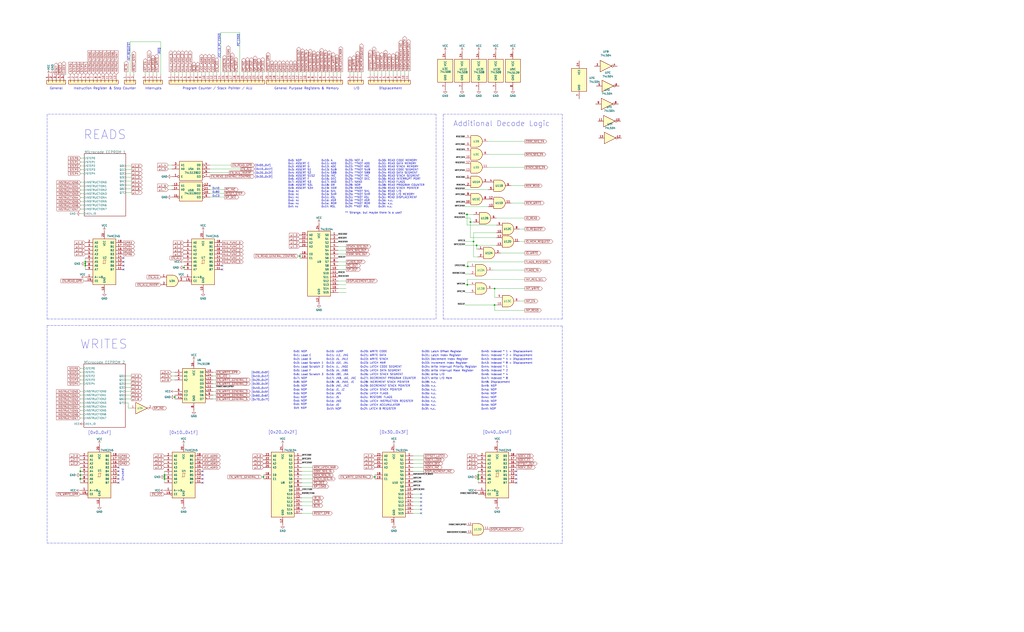
<source format=kicad_sch>
(kicad_sch (version 20211123) (generator eeschema)
  (paper "User" 680.009 419.989)
  (junction (at 317.5 316.992))
  (junction (at 109.22 316.992))
  (junction (at 56.642 173.99))
  (junction (at 317.5 315.722))
  (junction (at 312.42 147.574))
  (junction (at 316.484 163.068))
  (junction (at 317.5 318.262))
  (junction (at 310.388 189.23))
  (junction (at 314.452 160.528))
  (junction (at 53.34 313.182))
  (junction (at 248.92 316.992))
  (junction (at 56.642 176.53))
  (junction (at 328.422 202.692))
  (junction (at 109.22 315.722))
  (junction (at 310.134 142.494))
  (junction (at 53.34 315.722))
  (junction (at 116.078 263.906))
  (junction (at 199.136 170.18))
  (junction (at 56.642 175.26))
  (junction (at 109.22 318.262))
  (junction (at 122.174 177.8))
  (junction (at 53.34 318.262))
  (junction (at 175.006 316.992))
  (junction (at 310.642 177.038))
  (junction (at 328.422 191.77))
  (no_connect (at 279.654 330.962))
  (no_connect (at 279.654 328.422))
  (no_connect (at 279.654 333.502))
  (no_connect (at 279.654 338.582))
  (no_connect (at 279.654 341.122))
  (no_connect (at 279.654 336.042))
  (no_connect (at 134.62 313.182))
  (no_connect (at 134.62 320.802))
  (no_connect (at 342.9 313.182))
  (no_connect (at 342.9 318.262))
  (no_connect (at 342.9 315.722))
  (no_connect (at 342.9 320.802))
  (no_connect (at 78.74 313.182))
  (no_connect (at 134.62 315.722))
  (no_connect (at 134.62 318.262))
  (no_connect (at 78.74 318.262))
  (no_connect (at 82.042 173.99))
  (no_connect (at 82.042 179.07))
  (no_connect (at 82.042 176.53))
  (no_connect (at 82.042 171.45))
  (no_connect (at 200.406 338.582))
  (no_connect (at 78.74 320.802))
  (no_connect (at 147.574 179.07))
  (no_connect (at 147.574 176.53))
  (no_connect (at 139.446 123.444))
  (no_connect (at 78.74 310.642))
  (no_connect (at 78.74 315.722))
  (wire (pts (xy 232.41 47.752) (xy 232.41 49.53)))
  (wire (pts (xy 200.406 333.502) (xy 207.772 333.502)))
  (wire (pts (xy 348.488 111.252) (xy 324.104 111.252)))
  (wire (pts (xy 348.488 206.248) (xy 328.422 206.248)))
  (wire (pts (xy 310.134 149.606) (xy 310.134 142.494)))
  (wire (pts (xy 199.136 170.18) (xy 199.136 171.45)))
  (wire (pts (xy 53.34 313.182) (xy 53.34 315.722)))
  (wire (pts (xy 83.312 257.556) (xy 87.122 257.556)))
  (wire (pts (xy 169.418 47.752) (xy 169.418 49.53)))
  (wire (pts (xy 312.42 147.574) (xy 312.42 157.988)))
  (wire (pts (xy 310.388 189.23) (xy 311.912 189.23)))
  (wire (pts (xy 226.314 47.752) (xy 226.314 49.53)))
  (wire (pts (xy 53.34 262.636) (xy 55.626 262.636)))
  (wire (pts (xy 83.566 125.476) (xy 87.376 125.476)))
  (wire (pts (xy 85.09 267.716) (xy 85.09 271.272)))
  (polyline (pts (xy 373.38 212.09) (xy 373.38 75.946)))
  (wire (pts (xy 348.488 185.674) (xy 310.388 185.674)))
  (wire (pts (xy 141.478 252.476) (xy 143.51 252.476)))
  (wire (pts (xy 261.112 46.99) (xy 261.112 49.53)))
  (wire (pts (xy 141.478 249.936) (xy 143.51 249.936)))
  (wire (pts (xy 195.834 47.752) (xy 195.834 49.53)))
  (wire (pts (xy 328.422 206.248) (xy 328.422 202.692)))
  (wire (pts (xy 314.452 154.686) (xy 329.692 154.686)))
  (wire (pts (xy 141.478 262.636) (xy 143.51 262.636)))
  (wire (pts (xy 116.078 47.752) (xy 116.078 49.53)))
  (wire (pts (xy 308.864 145.034) (xy 312.42 145.034)))
  (wire (pts (xy 56.642 171.45) (xy 56.642 173.99)))
  (wire (pts (xy 175.006 316.992) (xy 175.006 318.262)))
  (wire (pts (xy 146.558 21.59) (xy 159.258 21.59)))
  (wire (pts (xy 263.652 46.99) (xy 263.652 49.53)))
  (wire (pts (xy 312.42 145.034) (xy 312.42 147.574)))
  (wire (pts (xy 221.234 47.752) (xy 221.234 49.53)))
  (wire (pts (xy 96.52 47.752) (xy 96.52 49.53)))
  (wire (pts (xy 180.594 47.752) (xy 180.594 49.53)))
  (wire (pts (xy 199.136 168.91) (xy 199.136 170.18)))
  (wire (pts (xy 53.34 244.856) (xy 55.626 244.856)))
  (polyline (pts (xy 31.242 216.408) (xy 31.242 360.934)))
  (wire (pts (xy 348.488 173.99) (xy 310.642 173.99)))
  (wire (pts (xy 53.594 131.318) (xy 55.88 131.318)))
  (wire (pts (xy 139.446 131.064) (xy 149.098 131.064)))
  (wire (pts (xy 216.154 47.752) (xy 216.154 49.53)))
  (wire (pts (xy 53.594 128.778) (xy 55.88 128.778)))
  (wire (pts (xy 141.478 257.556) (xy 143.51 257.556)))
  (wire (pts (xy 229.87 179.07) (xy 224.536 179.07)))
  (wire (pts (xy 312.42 157.988) (xy 329.692 157.988)))
  (wire (pts (xy 131.318 47.752) (xy 131.318 49.53)))
  (wire (pts (xy 348.488 152.146) (xy 344.932 152.146)))
  (wire (pts (xy 348.488 160.528) (xy 344.932 160.528)))
  (wire (pts (xy 188.214 47.752) (xy 188.214 49.53)))
  (wire (pts (xy 266.192 46.99) (xy 266.192 49.53)))
  (wire (pts (xy 314.452 160.528) (xy 314.452 170.688)))
  (wire (pts (xy 314.452 170.688) (xy 317.246 170.688)))
  (wire (pts (xy 268.732 46.99) (xy 268.732 49.53)))
  (wire (pts (xy 348.488 134.874) (xy 339.344 134.874)))
  (wire (pts (xy 109.22 318.262) (xy 109.22 320.802)))
  (wire (pts (xy 83.566 117.856) (xy 87.376 117.856)))
  (wire (pts (xy 53.34 249.936) (xy 55.626 249.936)))
  (wire (pts (xy 328.422 197.612) (xy 328.422 191.77)))
  (wire (pts (xy 53.34 247.396) (xy 55.626 247.396)))
  (wire (pts (xy 274.32 310.642) (xy 281.432 310.642)))
  (wire (pts (xy 113.792 249.936) (xy 116.078 249.936)))
  (wire (pts (xy 274.32 303.022) (xy 281.432 303.022)))
  (wire (pts (xy 229.87 166.37) (xy 224.536 166.37)))
  (wire (pts (xy 200.914 47.752) (xy 200.914 49.53)))
  (wire (pts (xy 141.478 247.396) (xy 143.51 247.396)))
  (wire (pts (xy 218.694 47.752) (xy 218.694 49.53)))
  (wire (pts (xy 141.478 255.016) (xy 143.51 255.016)))
  (wire (pts (xy 200.406 320.802) (xy 207.772 320.802)))
  (wire (pts (xy 139.446 109.728) (xy 153.67 109.728)))
  (wire (pts (xy 200.406 313.182) (xy 207.772 313.182)))
  (wire (pts (xy 348.488 102.616) (xy 324.104 102.616)))
  (wire (pts (xy 88.9 47.752) (xy 88.9 49.53)))
  (wire (pts (xy 250.952 46.99) (xy 250.952 49.53)))
  (wire (pts (xy 316.484 163.068) (xy 316.484 165.608)))
  (wire (pts (xy 53.594 138.938) (xy 55.88 138.938)))
  (wire (pts (xy 53.34 260.096) (xy 55.626 260.096)))
  (wire (pts (xy 205.994 47.752) (xy 205.994 49.53)))
  (wire (pts (xy 53.594 136.398) (xy 55.88 136.398)))
  (wire (pts (xy 245.872 46.99) (xy 245.872 49.53)))
  (wire (pts (xy 224.536 189.23) (xy 229.87 189.23)))
  (wire (pts (xy 141.478 260.096) (xy 143.51 260.096)))
  (wire (pts (xy 53.594 133.858) (xy 55.88 133.858)))
  (wire (pts (xy 317.246 165.608) (xy 316.484 165.608)))
  (wire (pts (xy 85.09 271.272) (xy 86.36 271.272)))
  (wire (pts (xy 83.82 47.752) (xy 83.82 49.53)))
  (wire (pts (xy 139.446 128.524) (xy 149.098 128.524)))
  (wire (pts (xy 207.772 341.122) (xy 200.406 341.122)))
  (wire (pts (xy 53.594 107.696) (xy 55.88 107.696)))
  (wire (pts (xy 154.178 47.752) (xy 154.178 49.53)))
  (wire (pts (xy 83.312 255.016) (xy 87.122 255.016)))
  (wire (pts (xy 193.294 47.752) (xy 193.294 49.53)))
  (wire (pts (xy 348.488 168.148) (xy 332.486 168.148)))
  (wire (pts (xy 274.32 333.502) (xy 279.654 333.502)))
  (wire (pts (xy 308.864 194.31) (xy 311.912 194.31)))
  (wire (pts (xy 348.488 93.98) (xy 324.104 93.98)))
  (wire (pts (xy 198.12 170.18) (xy 199.136 170.18)))
  (polyline (pts (xy 31.242 216.408) (xy 373.38 216.662)))
  (wire (pts (xy 83.566 128.016) (xy 87.376 128.016)))
  (wire (pts (xy 53.34 270.256) (xy 55.626 270.256)))
  (wire (pts (xy 56.642 173.99) (xy 56.642 175.26)))
  (wire (pts (xy 308.864 189.23) (xy 310.388 189.23)))
  (wire (pts (xy 256.032 46.99) (xy 256.032 49.53)))
  (wire (pts (xy 348.488 200.152) (xy 344.932 200.152)))
  (wire (pts (xy 53.34 275.336) (xy 55.626 275.336)))
  (wire (pts (xy 118.618 47.752) (xy 118.618 49.53)))
  (wire (pts (xy 53.594 123.698) (xy 55.88 123.698)))
  (wire (pts (xy 274.32 336.042) (xy 279.654 336.042)))
  (wire (pts (xy 310.642 173.99) (xy 310.642 177.038)))
  (wire (pts (xy 248.412 46.99) (xy 248.412 49.53)))
  (wire (pts (xy 83.312 265.176) (xy 87.122 265.176)))
  (wire (pts (xy 200.406 310.642) (xy 207.772 310.642)))
  (wire (pts (xy 274.32 313.182) (xy 281.432 313.182)))
  (wire (pts (xy 53.34 255.016) (xy 55.626 255.016)))
  (wire (pts (xy 109.22 315.722) (xy 109.22 316.992)))
  (wire (pts (xy 247.904 316.992) (xy 248.92 316.992)))
  (wire (pts (xy 224.536 186.69) (xy 229.87 186.69)))
  (wire (pts (xy 83.312 249.936) (xy 87.122 249.936)))
  (wire (pts (xy 317.5 318.262) (xy 317.5 320.802)))
  (wire (pts (xy 224.536 191.77) (xy 229.87 191.77)))
  (wire (pts (xy 149.098 47.752) (xy 149.098 49.53)))
  (wire (pts (xy 348.488 191.77) (xy 328.422 191.77)))
  (polyline (pts (xy 294.386 75.946) (xy 294.386 212.09)))
  (wire (pts (xy 53.34 267.716) (xy 55.626 267.716)))
  (wire (pts (xy 185.674 47.752) (xy 185.674 49.53)))
  (wire (pts (xy 53.34 318.262) (xy 53.34 320.802)))
  (wire (pts (xy 53.34 315.722) (xy 53.34 318.262)))
  (wire (pts (xy 113.792 247.396) (xy 116.078 247.396)))
  (wire (pts (xy 274.32 330.962) (xy 279.654 330.962)))
  (wire (pts (xy 310.134 142.494) (xy 314.452 142.494)))
  (wire (pts (xy 109.22 313.182) (xy 109.22 315.722)))
  (wire (pts (xy 308.864 142.494) (xy 310.134 142.494)))
  (wire (pts (xy 234.95 47.752) (xy 234.95 49.53)))
  (wire (pts (xy 83.566 110.236) (xy 87.376 110.236)))
  (wire (pts (xy 83.566 122.936) (xy 87.376 122.936)))
  (polyline (pts (xy 373.38 361.188) (xy 31.242 360.934)))
  (wire (pts (xy 229.87 173.99) (xy 224.536 173.99)))
  (wire (pts (xy 141.478 47.752) (xy 141.478 49.53)))
  (wire (pts (xy 208.534 47.752) (xy 208.534 49.53)))
  (wire (pts (xy 211.074 47.752) (xy 211.074 49.53)))
  (polyline (pts (xy 294.386 212.09) (xy 373.38 212.09)))
  (wire (pts (xy 310.642 177.038) (xy 311.912 177.038)))
  (wire (pts (xy 53.594 121.158) (xy 55.88 121.158)))
  (wire (pts (xy 200.406 336.042) (xy 207.772 336.042)))
  (wire (pts (xy 83.312 252.476) (xy 87.122 252.476)))
  (wire (pts (xy 274.32 341.122) (xy 279.654 341.122)))
  (wire (pts (xy 240.03 47.752) (xy 240.03 49.53)))
  (wire (pts (xy 53.34 272.796) (xy 55.626 272.796)))
  (wire (pts (xy 237.49 47.752) (xy 237.49 49.53)))
  (wire (pts (xy 136.398 47.752) (xy 136.398 49.53)))
  (wire (pts (xy 308.864 202.692) (xy 328.422 202.692)))
  (wire (pts (xy 121.158 47.752) (xy 121.158 49.53)))
  (wire (pts (xy 183.134 47.752) (xy 183.134 49.53)))
  (wire (pts (xy 213.614 47.752) (xy 213.614 49.53)))
  (wire (pts (xy 83.312 260.096) (xy 87.122 260.096)))
  (wire (pts (xy 101.6 47.752) (xy 101.6 49.53)))
  (wire (pts (xy 314.452 160.528) (xy 314.452 154.686)))
  (wire (pts (xy 116.078 262.636) (xy 116.078 263.906)))
  (wire (pts (xy 86.36 27.686) (xy 86.36 49.53)))
  (wire (pts (xy 99.06 47.752) (xy 99.06 49.53)))
  (wire (pts (xy 317.5 315.722) (xy 317.5 316.992)))
  (wire (pts (xy 53.34 310.642) (xy 53.34 313.182)))
  (polyline (pts (xy 294.386 75.946) (xy 373.38 75.946)))
  (wire (pts (xy 55.88 186.69) (xy 56.642 186.69)))
  (wire (pts (xy 308.864 177.038) (xy 310.642 177.038)))
  (wire (pts (xy 258.572 46.99) (xy 258.572 49.53)))
  (wire (pts (xy 111.76 123.444) (xy 114.046 123.444)))
  (wire (pts (xy 308.864 182.118) (xy 311.912 182.118)))
  (wire (pts (xy 83.312 267.716) (xy 85.09 267.716)))
  (wire (pts (xy 146.558 49.53) (xy 146.558 21.59)))
  (wire (pts (xy 348.488 179.578) (xy 327.152 179.578)))
  (wire (pts (xy 83.566 112.776) (xy 87.376 112.776)))
  (wire (pts (xy 200.406 323.342) (xy 207.772 323.342)))
  (wire (pts (xy 53.34 277.876) (xy 55.626 277.876)))
  (wire (pts (xy 329.692 197.612) (xy 328.422 197.612)))
  (wire (pts (xy 56.642 175.26) (xy 56.642 176.53)))
  (wire (pts (xy 53.34 252.476) (xy 55.626 252.476)))
  (wire (pts (xy 178.054 47.752) (xy 178.054 49.53)))
  (polyline (pts (xy 289.56 75.946) (xy 31.242 75.946)))
  (polyline (pts (xy 289.56 212.09) (xy 289.56 75.946)))
  (wire (pts (xy 198.374 47.752) (xy 198.374 49.53)))
  (polyline (pts (xy 373.38 216.662) (xy 373.38 361.188)))
  (wire (pts (xy 224.536 194.31) (xy 229.87 194.31)))
  (wire (pts (xy 173.99 316.992) (xy 175.006 316.992)))
  (wire (pts (xy 139.446 114.808) (xy 152.146 114.808)))
  (wire (pts (xy 316.484 163.068) (xy 329.692 163.068)))
  (wire (pts (xy 200.406 318.262) (xy 207.772 318.262)))
  (wire (pts (xy 348.488 145.034) (xy 329.692 145.034)))
  (wire (pts (xy 138.938 47.752) (xy 138.938 49.53)))
  (wire (pts (xy 164.338 47.752) (xy 164.338 49.53)))
  (wire (pts (xy 203.454 47.752) (xy 203.454 49.53)))
  (wire (pts (xy 53.594 141.986) (xy 55.88 141.986)))
  (wire (pts (xy 274.32 328.422) (xy 279.654 328.422)))
  (wire (pts (xy 111.76 109.728) (xy 114.046 109.728)))
  (wire (pts (xy 248.92 316.992) (xy 248.92 318.262)))
  (wire (pts (xy 109.22 316.992) (xy 109.22 318.262)))
  (wire (pts (xy 308.864 160.528) (xy 314.452 160.528)))
  (wire (pts (xy 308.864 137.414) (xy 324.104 137.414)))
  (wire (pts (xy 116.078 263.906) (xy 116.078 265.176)))
  (wire (pts (xy 123.698 47.752) (xy 123.698 49.53)))
  (wire (pts (xy 312.42 147.574) (xy 314.452 147.574)))
  (wire (pts (xy 248.92 315.722) (xy 248.92 316.992)))
  (wire (pts (xy 53.594 126.238) (xy 55.88 126.238)))
  (wire (pts (xy 106.68 27.686) (xy 106.68 49.53)))
  (wire (pts (xy 53.594 112.776) (xy 55.88 112.776)))
  (wire (pts (xy 113.792 252.476) (xy 116.078 252.476)))
  (wire (pts (xy 141.478 265.176) (xy 143.51 265.176)))
  (wire (pts (xy 53.34 265.176) (xy 55.626 265.176)))
  (wire (pts (xy 83.566 120.396) (xy 87.376 120.396)))
  (wire (pts (xy 200.406 315.722) (xy 207.772 315.722)))
  (wire (pts (xy 174.498 47.752) (xy 174.498 49.53)))
  (wire (pts (xy 139.446 112.268) (xy 159.766 112.268)))
  (wire (pts (xy 151.638 47.752) (xy 151.638 49.53)))
  (wire (pts (xy 161.798 47.752) (xy 161.798 49.53)))
  (wire (pts (xy 104.14 47.752) (xy 104.14 49.53)))
  (wire (pts (xy 111.76 112.268) (xy 114.046 112.268)))
  (wire (pts (xy 175.006 315.722) (xy 175.006 316.992)))
  (wire (pts (xy 229.87 168.91) (xy 224.536 168.91)))
  (wire (pts (xy 128.778 47.752) (xy 128.778 49.53)))
  (wire (pts (xy 317.5 313.182) (xy 317.5 315.722)))
  (wire (pts (xy 328.422 202.692) (xy 329.692 202.692)))
  (wire (pts (xy 83.312 262.636) (xy 87.122 262.636)))
  (wire (pts (xy 56.642 176.53) (xy 56.642 179.07)))
  (wire (pts (xy 122.174 176.53) (xy 122.174 177.8)))
  (wire (pts (xy 166.878 47.752) (xy 166.878 49.53)))
  (wire (pts (xy 122.174 177.8) (xy 122.174 179.07)))
  (wire (pts (xy 190.754 47.752) (xy 190.754 49.53)))
  (wire (pts (xy 308.864 125.984) (xy 324.104 125.984)))
  (wire (pts (xy 253.492 46.99) (xy 253.492 49.53)))
  (polyline (pts (xy 31.242 75.946) (xy 31.242 212.09)))
  (wire (pts (xy 113.538 47.752) (xy 113.538 49.53)))
  (wire (pts (xy 144.018 47.752) (xy 144.018 49.53)))
  (wire (pts (xy 310.388 185.674) (xy 310.388 189.23)))
  (wire (pts (xy 274.32 338.582) (xy 279.654 338.582)))
  (wire (pts (xy 308.864 163.068) (xy 316.484 163.068)))
  (wire (pts (xy 348.488 123.444) (xy 339.344 123.444)))
  (wire (pts (xy 271.272 46.99) (xy 271.272 49.53)))
  (wire (pts (xy 133.858 47.752) (xy 133.858 49.53)))
  (wire (pts (xy 171.958 47.752) (xy 171.958 49.53)))
  (polyline (pts (xy 31.242 212.09) (xy 289.56 212.09)))
  (wire (pts (xy 53.594 115.316) (xy 55.88 115.316)))
  (wire (pts (xy 126.238 47.752) (xy 126.238 49.53)))
  (wire (pts (xy 156.718 47.752) (xy 156.718 49.53)))
  (wire (pts (xy 229.87 176.53) (xy 224.536 176.53)))
  (wire (pts (xy 329.692 149.606) (xy 310.134 149.606)))
  (wire (pts (xy 200.406 330.962) (xy 207.772 330.962)))
  (wire (pts (xy 53.594 105.156) (xy 55.88 105.156)))
  (wire (pts (xy 229.87 163.83) (xy 224.536 163.83)))
  (wire (pts (xy 274.32 308.102) (xy 281.432 308.102)))
  (wire (pts (xy 274.32 305.562) (xy 281.432 305.562)))
  (wire (pts (xy 139.446 125.984) (xy 149.098 125.984)))
  (wire (pts (xy 223.774 47.752) (xy 223.774 49.53)))
  (wire (pts (xy 86.36 27.686) (xy 106.68 27.686)))
  (wire (pts (xy 83.566 115.316) (xy 87.376 115.316)))
  (wire (pts (xy 53.594 110.236) (xy 55.88 110.236)))
  (wire (pts (xy 328.422 191.77) (xy 327.152 191.77)))
  (wire (pts (xy 159.258 21.59) (xy 159.258 49.53)))
  (wire (pts (xy 317.5 316.992) (xy 317.5 318.262)))
  (wire (pts (xy 111.76 125.984) (xy 114.046 125.984)))
  (text "0x35: Write Interrupt Mask Register" (at 279.908 247.142 0) (effects (font (size 1.27 1.27)) (justify left bottom)))
  (text "Instruction Register" (at 48.768 59.69 0) (effects (font (size 1.5 1.5)) (justify left bottom)))
  (text "0x13: JGE, JNL" (at 216.662 242.062 0) (effects (font (size 1.27 1.27)) (justify left bottom)))
  (text "0x4a: NOP" (at 319.532 259.842 0) (effects (font (size 1.27 1.27)) (justify left bottom)))
  (text "0x3: Load Scratch 1" (at 194.818 242.062 0) (effects (font (size 1.27 1.27)) (justify left bottom)))
  (text "[0x30..0x3F]" (at 251.968 288.544 0) (effects (font (size 2 2)) (justify left bottom)))
  (text "[0x70..0x7f]" (at 166.878 266.446 0) (effects (font (size 1.27 1.27)) (justify left bottom)))
  (text "0x47: Indexed * 8" (at 319.532 252.222 0) (effects (font (size 1.27 1.27)) (justify left bottom)))
  (text "[0x20..0x2f]" (at 169.164 115.824 0) (effects (font (size 1.27 1.27)) (justify left bottom)))
  (text "0x3f: n.c." (at 279.908 272.542 0) (effects (font (size 1.27 1.27)) (justify left bottom)))
  (text "0x17: JNB, JAE, JNC" (at 216.662 252.222 0) (effects (font (size 1.27 1.27)) (justify left bottom)))
  (text "0x6: Load Scratch 3" (at 194.818 249.682 0) (effects (font (size 1.27 1.27)) (justify left bottom)))
  (text "0xd: NOP" (at 194.818 267.208 0) (effects (font (size 1.27 1.27)) (justify left bottom)))
  (text "0x4c: NOP" (at 319.532 264.922 0) (effects (font (size 1.27 1.27)) (justify left bottom)))
  (text "Interrupts" (at 96.266 59.69 0) (effects (font (size 1.5 1.5)) (justify left bottom)))
  (text "0x12: JG, JNLE" (at 216.662 239.522 0) (effects (font (size 1.27 1.27)) (justify left bottom)))
  (text "[0x10..0x1f]" (at 166.878 250.952 0) (effects (font (size 1.27 1.27)) (justify left bottom)))
  (text "0x8: NOP" (at 194.818 254.762 0) (effects (font (size 1.27 1.27)) (justify left bottom)))
  (text "0x4f: NOP" (at 319.532 272.542 0) (effects (font (size 1.27 1.27)) (justify left bottom)))
  (text "0x37: Write I/O Mem" (at 279.908 252.222 0) (effects (font (size 1.27 1.27)) (justify left bottom)))
  (text "0x21: WRITE DATA" (at 239.268 236.982 0) (effects (font (size 1.27 1.27)) (justify left bottom)))
  (text "0x4b: NOP" (at 319.532 262.382 0) (effects (font (size 1.27 1.27)) (justify left bottom)))
  (text "[0x30..0x3f]" (at 169.164 118.364 0) (effects (font (size 1.27 1.27)) (justify left bottom)))
  (text "0x28: INCREMENT STACK POINTER" (at 239.268 254.762 0) (effects (font (size 1.27 1.27)) (justify left bottom)))
  (text "0x1c: JS" (at 216.662 264.922 0) (effects (font (size 1.27 1.27)) (justify left bottom)))
  (text "0xf: NOP" (at 195.072 272.034 0) (effects (font (size 1.27 1.27)) (justify left bottom)))
  (text "~{JCC_LD_PC_COND}" (at 146.558 38.862 90) (effects (font (size 1.27 1.27)) (justify left bottom)))
  (text "I/O" (at 234.696 59.69 0) (effects (font (size 1.5 1.5)) (justify left bottom)))
  (text "[0x40..0x4F]" (at 320.548 288.544 0) (effects (font (size 2 2)) (justify left bottom)))
  (text "0x3a: n.c." (at 279.908 259.842 0) (effects (font (size 1.27 1.27)) (justify left bottom)))
  (text "[0x30..0x3f]" (at 166.878 256.032 0) (effects (font (size 1.27 1.27)) (justify left bottom)))
  (text "0x41: Indexed * 2 + Displacement" (at 319.532 236.982 0) (effects (font (size 1.27 1.27)) (justify left bottom)))
  (text "0x14: JL, JNGE" (at 216.662 244.602 0) (effects (font (size 1.27 1.27)) (justify left bottom)))
  (text "WRITES" (at 53.086 232.41 0) (effects (font (size 6 6)) (justify left bottom)))
  (text "Program Counter / Stack Pointer / ALU" (at 121.158 59.69 0) (effects (font (size 1.5 1.5)) (justify left bottom)))
  (text "0x2e: LATCH ACCUMULATOR" (at 239.268 270.002 0) (effects (font (size 1.27 1.27)) (justify left bottom)))
  (text "0x2b: LATCH FLAGS" (at 239.268 262.382 0) (effects (font (size 1.27 1.27)) (justify left bottom)))
  (text "0x9: NOP" (at 194.818 257.302 0) (effects (font (size 1.27 1.27)) (justify left bottom)))
  (text "~{IREQ}" (at 106.68 36.322 90) (effects (font (size 1.27 1.27)) (justify left bottom)))
  (text "0x3e: n.c." (at 279.908 270.002 0) (effects (font (size 1.27 1.27)) (justify left bottom)))
  (text "0x7: NOP" (at 194.818 252.222 0) (effects (font (size 1.27 1.27)) (justify left bottom)))
  (text "0x0: NOP\n0x1: ASSERT C\n0x2: ASSERT D\n0x3: ASSERT S1\n0x4: ASSERT S2\n0x5: ASSERT S1S2\n0x6: ASSERT F\n0x7: ASSERT S3\n0x8: ASSERT S3L\n0x9: ASSERT S3H\n0xa: nc\n0xb: nc\n0xc: nc\n0xd: nc\n0xe: nc\n0xf: nc" (at 191.262 138.176 0) (effects (font (size 1.27 1.27)) (justify left bottom)))
  (text "0x39: n.c." (at 279.908 257.302 0) (effects (font (size 1.27 1.27)) (justify left bottom)))
  (text "0x2d: LATCH INSTRUCTION REGISTER" (at 239.268 267.462 0) (effects (font (size 1.27 1.27)) (justify left bottom)))
  (text "0x40" (at 140.97 125.984 0) (effects (font (size 1.27 1.27)) (justify left bottom)))
  (text "0x43: Indexed * 8 + Displacement" (at 319.532 242.062 0) (effects (font (size 1.27 1.27)) (justify left bottom)))
  (text "0x1b: JNS" (at 216.662 262.382 0) (effects (font (size 1.27 1.27)) (justify left bottom)))
  (text "0x16: JBE, JNA" (at 216.662 249.682 0) (effects (font (size 1.27 1.27)) (justify left bottom)))
  (text "0x3b: n.c." (at 279.908 262.382 0) (effects (font (size 1.27 1.27)) (justify left bottom)))
  (text "0x36: Write I/O" (at 279.908 249.682 0) (effects (font (size 1.27 1.27)) (justify left bottom)))
  (text "[0x10..0x1F]" (at 112.268 288.798 0) (effects (font (size 2 2)) (justify left bottom)))
  (text "[0x10..0x1f]" (at 169.164 113.284 0) (effects (font (size 1.27 1.27)) (justify left bottom)))
  (text "0xC0" (at 140.97 131.064 0) (effects (font (size 1.27 1.27)) (justify left bottom)))
  (text "[0x0..0xF]" (at 58.42 288.798 0) (effects (font (size 2 2)) (justify left bottom)))
  (text "0x27: DECREMENT PROGRAM COUNTER" (at 239.268 252.222 0) (effects (font (size 1.27 1.27)) (justify left bottom)))
  (text "0x4e: NOP" (at 319.532 270.002 0) (effects (font (size 1.27 1.27)) (justify left bottom)))
  (text "[0x20..0x2F]" (at 178.054 288.544 0) (effects (font (size 2 2)) (justify left bottom)))
  (text "0x20: WRITE CODE" (at 239.268 234.442 0) (effects (font (size 1.27 1.27)) (justify left bottom)))
  (text "0x1a: JE, JZ" (at 216.662 259.842 0) (effects (font (size 1.27 1.27)) (justify left bottom)))
  (text "0x11: JLE, JNG" (at 216.662 236.982 0) (effects (font (size 1.27 1.27)) (justify left bottom)))
  (text "0x34: Write Interrupt Priority Register" (at 279.908 244.602 0) (effects (font (size 1.27 1.27)) (justify left bottom)))
  (text "& Step Counter" (at 72.39 59.69 0) (effects (font (size 1.5 1.5)) (justify left bottom)))
  (text "0x80" (at 140.97 128.524 0) (effects (font (size 1.27 1.27)) (justify left bottom)))
  (text "0x30: READ CODE MEMORY\n0x31: READ DATA MEMORY\n0x32: READ STACK MEMORY\n0x33: READ CODE SEGMENT\n0x34: READ DATA SEGMENT\n0x35: READ STACK SEGMENT\n0x36: READ INTERRUPT PORT\n0x37: READ FLAGS\n0x38: READ PROGRAM COUNTER\n0x39: READ STACK POINTER\n0x3a: READ I/O\n0x3b: READ I/O MEMORY\n0x3c: READ DISPLACEMENT\n0x3d: n.c.\n0x3e: n.c.\n0x3f: n.c." (at 251.206 138.176 0) (effects (font (size 1.27 1.27)) (justify left bottom)))
  (text "0x1d: JNO" (at 216.662 267.462 0) (effects (font (size 1.27 1.27)) (justify left bottom)))
  (text "0x24: LATCH CODE SEGMENT" (at 239.268 244.602 0) (effects (font (size 1.27 1.27)) (justify left bottom)))
  (text "0x3c: n.c." (at 279.908 264.922 0) (effects (font (size 1.27 1.27)) (justify left bottom)))
  (text "[0x00..0x0f]" (at 166.878 248.412 0) (effects (font (size 1.27 1.27)) (justify left bottom)))
  (text "0x1: Load C" (at 194.818 236.982 0) (effects (font (size 1.27 1.27)) (justify left bottom)))
  (text "[0x60..0x6f]" (at 166.878 263.906 0) (effects (font (size 1.27 1.27)) (justify left bottom)))
  (text "Unused" (at 82.296 319.786 90) (effects (font (size 1.5 1.5)) (justify left bottom)))
  (text "[0x40..0x4f]" (at 166.878 258.826 0) (effects (font (size 1.27 1.27)) (justify left bottom)))
  (text "0x30: Latch Offset Register" (at 279.908 234.442 0) (effects (font (size 1.27 1.27)) (justify left bottom)))
  (text "0x31: Latch Index Register" (at 279.908 236.982 0) (effects (font (size 1.27 1.27)) (justify left bottom)))
  (text "0x3d: n.c." (at 279.908 267.462 0) (effects (font (size 1.27 1.27)) (justify left bottom)))
  (text "0x0: NOP" (at 194.818 234.442 0) (effects (font (size 1.27 1.27)) (justify left bottom)))
  (text "0x22: WRITE STACK" (at 239.268 239.522 0) (effects (font (size 1.27 1.27)) (justify left bottom)))
  (text "0x46: Indexed * 4" (at 319.532 249.682 0) (effects (font (size 1.27 1.27)) (justify left bottom)))
  (text "0x19: JNE, JNZ" (at 216.662 257.302 0) (effects (font (size 1.27 1.27)) (justify left bottom)))
  (text "0xe: NOP" (at 194.818 269.494 0) (effects (font (size 1.27 1.27)) (justify left bottom)))
  (text "0x26: LATCH STACK SEGMENT" (at 239.268 249.682 0) (effects (font (size 1.27 1.27)) (justify left bottom)))
  (text "0x10: JUMP" (at 216.662 234.442 0) (effects (font (size 1.27 1.27)) (justify left bottom)))
  (text "[0x20..0x2f]" (at 166.878 253.492 0) (effects (font (size 1.27 1.27)) (justify left bottom)))
  (text "Displacement" (at 251.714 59.69 0) (effects (font (size 1.5 1.5)) (justify left bottom)))
  (text "0xb: NOP" (at 194.818 262.382 0) (effects (font (size 1.27 1.27)) (justify left bottom)))
  (text "[0x00..0xf]" (at 169.164 110.744 0) (effects (font (size 1.27 1.27)) (justify left bottom)))
  (text "0x1e: JO" (at 216.662 270.002 0) (effects (font (size 1.27 1.27)) (justify left bottom)))
  (text "0x32: Decrement Index Register" (at 279.908 239.522 0) (effects (font (size 1.27 1.27)) (justify left bottom)))
  (text "General Purpose Registers & Memory" (at 182.118 59.69 0) (effects (font (size 1.5 1.5)) (justify left bottom)))
  (text "0x2c: RESTORE FLAGS" (at 239.268 264.922 0) (effects (font (size 1.27 1.27)) (justify left bottom)))
  (text "0x38: n.c." (at 279.908 254.762 0) (effects (font (size 1.27 1.27)) (justify left bottom)))
  (text "READS" (at 55.372 93.218 0) (effects (font (size 6 6)) (justify left bottom)))
  (text "0x10: A\n0x11: ADD\n0x12: ADC\n0x13: SUB\n0x14: SBB\n0x15: INC\n0x16: DEC\n0x17: AND\n0x18: OR\n0x19: XOR\n0x1a: SHL\n0x1b: SHR\n0x1c: ASL\n0x1d: ASR\n0x1e: ROR\n0x1f: ROL" (at 213.36 138.176 0) (effects (font (size 1.27 1.27)) (justify left bottom)))
  (text "0x44: Indexed * 1" (at 319.532 244.602 0) (effects (font (size 1.27 1.27)) (justify left bottom)))
  (text "0x33: Increment Index Register" (at 279.908 242.062 0) (effects (font (size 1.27 1.27)) (justify left bottom)))
  (text "0x20: NOT A\n0x21: **NOT ADD\n0x22: **NOT ADC\n0x23: **NOT SUB\n0x24: **NOT SBB\n0x25: **NOT INC\n0x26: **NOT DEC\n0x27: NAND\n0x28: NOR\n0x29: XNOR\n0x2a: **NOT SHL\n0x2b: **NOT SHR\n0x2c: **NOT ASL\n0x2d: **NOT ASR\n0x2e: **NOT ROR\n0x2f: **NOT ROL\n\n** Strange, but maybe there is a use?" (at 229.108 142.24 0) (effects (font (size 1.27 1.27)) (justify left bottom)))
  (text "~{INT_REQUEST}" (at 86.36 40.64 90) (effects (font (size 1.27 1.27)) (justify left bottom)))
  (text "Additional Decode Logic" (at 300.99 84.328 0) (effects (font (size 3.5 3.5)) (justify left bottom)))
  (text "0x4: Load Scratch 2" (at 194.818 244.602 0) (effects (font (size 1.27 1.27)) (justify left bottom)))
  (text "General" (at 33.02 59.69 0) (effects (font (size 1.5 1.5)) (justify left bottom)))
  (text "0x18: JB, JNAE, JC" (at 216.662 254.762 0) (effects (font (size 1.27 1.27)) (justify left bottom)))
  (text "~{PC_LOAD}" (at 159.258 30.988 90) (effects (font (size 1.27 1.27)) (justify left bottom)))
  (text "0x40: Indexed * 1 + Displacement" (at 319.532 234.442 0) (effects (font (size 1.27 1.27)) (justify left bottom)))
  (text "0x48: Displacement" (at 319.532 254.762 0) (effects (font (size 1.27 1.27)) (justify left bottom)))
  (text "0x5: Load F" (at 194.818 247.142 0) (effects (font (size 1.27 1.27)) (justify left bottom)))
  (text "0x2: Load D" (at 194.818 239.522 0) (effects (font (size 1.27 1.27)) (justify left bottom)))
  (text "0x15: JA, JNBE" (at 216.662 247.142 0) (effects (font (size 1.27 1.27)) (justify left bottom)))
  (text "0x1f: NOP" (at 216.916 272.542 0) (effects (font (size 1.27 1.27)) (justify left bottom)))
  (text "0x42: Indexed * 4 + Displacement" (at 319.532 239.522 0) (effects (font (size 1.27 1.27)) (justify left bottom)))
  (text "0x23: LATCH MAR" (at 239.268 242.062 0) (effects (font (size 1.27 1.27)) (justify left bottom)))
  (text "0x49: NOP" (at 319.532 257.302 0) (effects (font (size 1.27 1.27)) (justify left bottom)))
  (text "0x2f: LATCH B REGISTER" (at 239.268 272.542 0) (effects (font (size 1.27 1.27)) (justify left bottom)))
  (text "0x45: Indexed * 2" (at 319.532 247.142 0) (effects (font (size 1.27 1.27)) (justify left bottom)))
  (text "0x2a: LATCH STACK POINTER" (at 239.268 259.842 0) (effects (font (size 1.27 1.27)) (justify left bottom)))
  (text "0x4d: NOP" (at 319.532 267.462 0) (effects (font (size 1.27 1.27)) (justify left bottom)))
  (text "[0x50..0x5f]" (at 166.878 261.366 0) (effects (font (size 1.27 1.27)) (justify left bottom)))
  (text "0xc: NOP" (at 194.818 264.922 0) (effects (font (size 1.27 1.27)) (justify left bottom)))
  (text "0xa: NOP" (at 194.818 259.842 0) (effects (font (size 1.27 1.27)) (justify left bottom)))
  (text "0x25: LATCH DATA SEGMENT" (at 239.268 247.142 0) (effects (font (size 1.27 1.27)) (justify left bottom)))
  (text "0x29: DECREMENT STACK POINTER" (at 239.268 257.302 0) (effects (font (size 1.27 1.27)) (justify left bottom)))
  (label "~{LATCH_FLAGS}" (at 200.406 325.882 0) (effects (font (size 0.7 0.7))))
  (label "~{WRITE_STACK}" (at 308.864 137.414 180) (effects (font (size 0.7 0.7))))
  (label "~{RESTORE_FLAGS}" (at 308.864 182.118 180) (effects (font (size 0.7 0.7))))
  (label "~{WRITE_IO}" (at 274.32 323.342 0) (effects (font (size 0.7 0.7))))
  (label "~{WRITE_DATA}" (at 308.864 134.874 180) (effects (font (size 0.7 0.7))))
  (label "~{WRITE_IO}" (at 308.864 160.528 180) (effects (font (size 0.7 0.7))))
  (label "~{WRITE_CODE}" (at 200.406 303.022 0) (effects (font (size 0.7 0.7))))
  (label "~{DISPLACEMENT_IN_BASED}" (at 309.88 354.33 180) (effects (font (size 0.7 0.7))))
  (label "~{ENABLE_INDEX_OFFSET}" (at 309.88 349.25 180) (effects (font (size 0.7 0.7))))
  (label "~{WRITE_IPR}" (at 308.864 194.31 180) (effects (font (size 0.7 0.7))))
  (label "~{ENABLE_INDEX_OFFSET}" (at 143.51 257.556 0) (effects (font (size 0.7 0.7))))
  (label "~{WRITE_DATA}" (at 200.406 305.562 0) (effects (font (size 0.7 0.7))))
  (label "~{READ_CODE}" (at 308.864 118.364 180) (effects (font (size 0.7 0.7))))
  (label "~{WRITE_CODE}" (at 308.864 96.52 180) (effects (font (size 0.7 0.7))))
  (label "~{LATCH_FLAGS}" (at 308.864 177.038 180) (effects (font (size 0.7 0.7))))
  (label "~{READ_DATA}" (at 224.536 158.75 0) (effects (font (size 0.7 0.7))))
  (label "~{WRITE_DATA}" (at 308.864 105.156 180) (effects (font (size 0.7 0.7))))
  (label "~{READ_IO}" (at 224.536 181.61 0) (effects (font (size 0.7 0.7))))
  (label "~{WRITE_IMR}" (at 274.32 320.802 0) (effects (font (size 0.7 0.7))))
  (label "~{WRITE_STACK}" (at 308.864 113.792 180) (effects (font (size 0.7 0.7))))
  (label "~{READ_DATA}" (at 308.864 100.076 180) (effects (font (size 0.7 0.7))))
  (label "~{READ_IO_MEM}" (at 308.864 145.034 180) (effects (font (size 0.7 0.7))))
  (label "~{READ_STACK}" (at 308.864 108.712 180) (effects (font (size 0.7 0.7))))
  (label "~{READ_CODE}" (at 308.864 91.44 180) (effects (font (size 0.7 0.7))))
  (label "~{WRITE_IPR}" (at 274.32 318.262 0) (effects (font (size 0.7 0.7))))
  (label "~{WRITE_STACK}" (at 200.406 308.102 0) (effects (font (size 0.7 0.7))))
  (label "~{READ_DATA}" (at 308.864 123.444 180) (effects (font (size 0.7 0.7))))
  (label "~{ENABLE_INDEX_OFFSET}" (at 317.5 328.422 180) (effects (font (size 0.7 0.7))))
  (label "~{WRITE_IO_MEM}" (at 308.864 163.068 180) (effects (font (size 0.7 0.7))))
  (label "~{READ_STACK}" (at 308.864 125.984 180) (effects (font (size 0.7 0.7))))
  (label "~{WRITE_IO_MEM}" (at 274.32 325.882 0) (effects (font (size 0.7 0.7))))
  (label "~{READ_IO_MEM}" (at 224.536 184.15 0) (effects (font (size 0.7 0.7))))
  (label "~{WRITE_CODE}" (at 308.864 129.794 180) (effects (font (size 0.7 0.7))))
  (label "~{RESTORE_FLAGS}" (at 200.406 328.422 0) (effects (font (size 0.7 0.7))))
  (label "~{WRITE_IMR}" (at 308.864 189.23 180) (effects (font (size 0.7 0.7))))
  (label "~{READ_INT}" (at 308.864 202.692 180) (effects (font (size 0.7 0.7))))
  (label "~{READ_IO}" (at 308.864 142.494 180) (effects (font (size 0.7 0.7))))
  (label "~{READ_STACK}" (at 224.536 161.29 0) (effects (font (size 0.7 0.7))))
  (label "~{READ_INT}" (at 224.536 171.45 0) (effects (font (size 0.7 0.7))))
  (label "~{DISPLACEMENT_IN_BASED}" (at 274.32 315.722 0) (effects (font (size 0.7 0.7))))
  (label "~{READ_CODE}" (at 224.536 156.21 0) (effects (font (size 0.7 0.7))))
  (global_label "μ1_6" (shape input) (at 111.76 123.444 180) (property "Intersheet References" "${INTERSHEET_REFS}" (effects hide)))
  (global_label "~{DISPLACEMENT_OUT}" (shape output) (at 229.87 186.69 0) (property "Intersheet References" "${INTERSHEET_REFS}" (effects hide)))
  (global_label "μ2_3" (shape input) (at 175.006 310.642 180) (property "Intersheet References" "${INTERSHEET_REFS}" (effects hide)))
  (global_label "~{MEM_LATCH_MAR}" (shape output) (at 207.772 310.642 0) (effects (font (size 1.2 1.2))) (property "Intersheet References" "${INTERSHEET_REFS}" (effects hide)))
  (global_label "~{DISPLACEMENT_INC}" (shape output) (at 281.432 313.182 0) (property "Intersheet References" "${INTERSHEET_REFS}" (effects hide)))
  (global_label "~{RESET}" (shape output) (at 39.878 49.53 90) (property "Intersheet References" "${INTERSHEET_REFS}" (effects hide)))
  (global_label "μ2_0" (shape output) (at 87.122 249.936 0) (property "Intersheet References" "${INTERSHEET_REFS}" (effects hide)))
  (global_label "μ2_2" (shape input) (at 248.92 308.102 180) (property "Intersheet References" "${INTERSHEET_REFS}" (effects hide)))
  (global_label "μ2_3" (shape output) (at 87.122 257.556 0) (property "Intersheet References" "${INTERSHEET_REFS}" (effects hide)))
  (global_label "GPR4" (shape output) (at 82.042 163.83 0) (property "Intersheet References" "${INTERSHEET_REFS}" (effects hide)))
  (global_label "~{EN_ALU}" (shape input) (at 122.174 171.45 180) (property "Intersheet References" "${INTERSHEET_REFS}" (effects hide)))
  (global_label "STEP1" (shape input) (at 49.276 49.53 90) (property "Intersheet References" "${INTERSHEET_REFS}" (effects hide)))
  (global_label "~{MEM_READ}" (shape output) (at 223.774 47.752 90) (effects (font (size 1.2 1.2))) (property "Intersheet References" "${INTERSHEET_REFS}" (effects hide)))
  (global_label "~{IR_IN}" (shape output) (at 83.82 47.752 90) (property "Intersheet References" "${INTERSHEET_REFS}" (effects hide)))
  (global_label "~{MEM_READ}" (shape output) (at 348.488 123.444 0) (effects (font (size 1.2 1.2))) (property "Intersheet References" "${INTERSHEET_REFS}" (effects hide)))
  (global_label "RESET" (shape output) (at 37.338 49.53 90) (effects (font (size 1.2 1.2))) (property "Intersheet References" "${INTERSHEET_REFS}" (effects hide)))
  (global_label "~{SP_LOAD}" (shape output) (at 207.772 323.342 0) (property "Intersheet References" "${INTERSHEET_REFS}" (effects hide)))
  (global_label "~{STACK_SEG_EN}" (shape output) (at 200.914 47.752 90) (effects (font (size 1.2 1.2))) (property "Intersheet References" "${INTERSHEET_REFS}" (effects hide)))
  (global_label "μ2_1" (shape output) (at 87.122 252.476 0) (property "Intersheet References" "${INTERSHEET_REFS}" (effects hide)))
  (global_label "~{FLAGS_OUT}" (shape output) (at 229.87 173.99 0) (property "Intersheet References" "${INTERSHEET_REFS}" (effects hide)))
  (global_label "INT_REG_SEL" (shape output) (at 99.06 47.752 90) (property "Intersheet References" "${INTERSHEET_REFS}" (effects hide)))
  (global_label "~{MEM_LATCH_MAR}" (shape output) (at 226.314 47.752 90) (effects (font (size 1.2 1.2))) (property "Intersheet References" "${INTERSHEET_REFS}" (effects hide)))
  (global_label "GPR4" (shape output) (at 185.674 47.752 90) (property "Intersheet References" "${INTERSHEET_REFS}" (effects hide)))
  (global_label "μ2_0" (shape input) (at 109.22 303.022 180) (property "Intersheet References" "${INTERSHEET_REFS}" (effects hide)))
  (global_label "μ1_0" (shape input) (at 122.174 161.29 180) (property "Intersheet References" "${INTERSHEET_REFS}" (effects hide)))
  (global_label "STEP3" (shape input) (at 54.356 49.53 90) (property "Intersheet References" "${INTERSHEET_REFS}" (effects hide)))
  (global_label "~{EN_READ_GENERAL_CONTROL}" (shape input) (at 198.12 170.18 180) (property "Intersheet References" "${INTERSHEET_REFS}" (effects hide)))
  (global_label "μ1_2" (shape output) (at 87.376 115.316 0) (property "Intersheet References" "${INTERSHEET_REFS}" (effects hide)))
  (global_label "~{OFFSET_OUT}" (shape output) (at 245.872 46.99 90) (property "Intersheet References" "${INTERSHEET_REFS}" (effects hide)))
  (global_label "~{EN_WRITE_GPR}" (shape input) (at 53.34 328.422 180) (property "Intersheet References" "${INTERSHEET_REFS}" (effects hide)))
  (global_label "~{IO_MEM_REQUEST}" (shape output) (at 348.488 160.528 0) (property "Intersheet References" "${INTERSHEET_REFS}" (effects hide)))
  (global_label "~{EN_JCC}" (shape output) (at 144.018 47.752 90) (property "Intersheet References" "${INTERSHEET_REFS}" (effects hide)))
  (global_label "GPR1" (shape output) (at 78.74 305.562 0) (property "Intersheet References" "${INTERSHEET_REFS}" (effects hide)))
  (global_label "μ2_6" (shape output) (at 87.122 265.176 0) (property "Intersheet References" "${INTERSHEET_REFS}" (effects hide)))
  (global_label "μ2_1" (shape input) (at 109.22 305.562 180) (property "Intersheet References" "${INTERSHEET_REFS}" (effects hide)))
  (global_label "μ1_7" (shape input) (at 111.76 125.984 180) (property "Intersheet References" "${INTERSHEET_REFS}" (effects hide)))
  (global_label "INSTRUCTION5" (shape input) (at 72.136 49.53 90) (property "Intersheet References" "${INTERSHEET_REFS}" (effects hide)))
  (global_label "μ1_2" (shape input) (at 56.642 166.37 180) (property "Intersheet References" "${INTERSHEET_REFS}" (effects hide)))
  (global_label "~{PC_INC}" (shape output) (at 161.798 47.752 90) (property "Intersheet References" "${INTERSHEET_REFS}" (effects hide)))
  (global_label "~{SP_INC}" (shape output) (at 101.6 271.272 0) (property "Intersheet References" "${INTERSHEET_REFS}" (effects hide)))
  (global_label "JCC_ADR3" (shape output) (at 134.62 310.642 0) (property "Intersheet References" "${INTERSHEET_REFS}" (effects hide)))
  (global_label "FLAGS_RESTORE" (shape output) (at 348.488 173.99 0) (property "Intersheet References" "${INTERSHEET_REFS}" (effects hide)))
  (global_label "~{INDEX_DEC}" (shape output) (at 281.432 308.102 0) (property "Intersheet References" "${INTERSHEET_REFS}" (effects hide)))
  (global_label "~{SP_INC}" (shape output) (at 171.958 47.752 90) (property "Intersheet References" "${INTERSHEET_REFS}" (effects hide)))
  (global_label "~{SP_DEC}" (shape output) (at 149.098 131.064 0) (property "Intersheet References" "${INTERSHEET_REFS}" (effects hide)))
  (global_label "~{DISPLACEMENT_LATCH}" (shape output) (at 325.12 351.79 0) (property "Intersheet References" "${INTERSHEET_REFS}" (effects hide)))
  (global_label "~{DATA_SEG_OUT}" (shape output) (at 229.87 166.37 0) (effects (font (size 1.2 1.2))) (property "Intersheet References" "${INTERSHEET_REFS}" (effects hide)))
  (global_label "~{INDEX_C0}" (shape output) (at 342.9 303.022 0) (property "Intersheet References" "${INTERSHEET_REFS}" (effects hide)))
  (global_label "~{FLAGS_IN}" (shape output) (at 149.098 47.752 90) (property "Intersheet References" "${INTERSHEET_REFS}" (effects hide)))
  (global_label "μ2_3" (shape input) (at 109.22 310.642 180) (property "Intersheet References" "${INTERSHEET_REFS}" (effects hide)))
  (global_label "~{OFFSET_OUT}" (shape output) (at 342.9 308.102 0) (property "Intersheet References" "${INTERSHEET_REFS}" (effects hide)))
  (global_label "GPR6" (shape output) (at 82.042 168.91 0) (property "Intersheet References" "${INTERSHEET_REFS}" (effects hide)))
  (global_label "μ2_2" (shape output) (at 87.122 255.016 0) (property "Intersheet References" "${INTERSHEET_REFS}" (effects hide)))
  (global_label "~{PC_OUT}" (shape output) (at 229.87 176.53 0) (property "Intersheet References" "${INTERSHEET_REFS}" (effects hide)))
  (global_label "~{RESET_GPR}" (shape output) (at 207.772 341.122 0) (property "Intersheet References" "${INTERSHEET_REFS}" (effects hide)))
  (global_label "~{CODE_SEG_EN}" (shape output) (at 216.154 47.752 90) (effects (font (size 1.2 1.2))) (property "Intersheet References" "${INTERSHEET_REFS}" (effects hide)))
  (global_label "~{INT_READ}" (shape output) (at 348.488 206.248 0) (property "Intersheet References" "${INTERSHEET_REFS}" (effects hide)))
  (global_label "GPR3" (shape output) (at 188.214 47.752 90) (property "Intersheet References" "${INTERSHEET_REFS}" (effects hide)))
  (global_label "INSTRUCTION2" (shape input) (at 64.516 49.53 90) (property "Intersheet References" "${INTERSHEET_REFS}" (effects hide)))
  (global_label "~{IO_READ}" (shape output) (at 348.488 145.034 0) (property "Intersheet References" "${INTERSHEET_REFS}" (effects hide)))
  (global_label "INSTRUCTION0" (shape input) (at 53.594 121.158 180) (property "Intersheet References" "${INTERSHEET_REFS}" (effects hide)))
  (global_label "INSTRUCTION4" (shape input) (at 53.34 270.256 180) (property "Intersheet References" "${INTERSHEET_REFS}" (effects hide)))
  (global_label "INSTRUCTION3" (shape input) (at 67.056 49.53 90) (property "Intersheet References" "${INTERSHEET_REFS}" (effects hide)))
  (global_label "μ2_3" (shape input) (at 248.92 310.642 180) (property "Intersheet References" "${INTERSHEET_REFS}" (effects hide)))
  (global_label "JCC_ADR2" (shape output) (at 134.62 308.102 0) (property "Intersheet References" "${INTERSHEET_REFS}" (effects hide)))
  (global_label "~{RESET_GPR}" (shape output) (at 178.054 47.752 90) (property "Intersheet References" "${INTERSHEET_REFS}" (effects hide)))
  (global_label "INSTRUCTION3" (shape input) (at 53.594 128.778 180) (property "Intersheet References" "${INTERSHEET_REFS}" (effects hide)))
  (global_label "μ2_4" (shape input) (at 113.792 247.396 180) (property "Intersheet References" "${INTERSHEET_REFS}" (effects hide)))
  (global_label "~{DISPLACEMENT_LATCH}" (shape output) (at 268.732 46.99 90) (property "Intersheet References" "${INTERSHEET_REFS}" (effects hide)))
  (global_label "μ2_4" (shape output) (at 87.122 260.096 0) (property "Intersheet References" "${INTERSHEET_REFS}" (effects hide)))
  (global_label "JCC_ADR0" (shape output) (at 133.858 47.752 90) (property "Intersheet References" "${INTERSHEET_REFS}" (effects hide)))
  (global_label "STEP3" (shape input) (at 53.594 112.776 180) (property "Intersheet References" "${INTERSHEET_REFS}" (effects hide)))
  (global_label "ALU_FUNC_3" (shape output) (at 147.574 168.91 0) (property "Intersheet References" "${INTERSHEET_REFS}" (effects hide)))
  (global_label "~{A_IN}" (shape output) (at 131.318 47.752 90) (property "Intersheet References" "${INTERSHEET_REFS}" (effects hide)))
  (global_label "ALU_FUNC_3" (shape output) (at 118.618 47.752 90) (property "Intersheet References" "${INTERSHEET_REFS}" (effects hide)))
  (global_label "INSTRUCTION0" (shape input) (at 53.34 260.096 180) (property "Intersheet References" "${INTERSHEET_REFS}" (effects hide)))
  (global_label "~{INDEX_INC}" (shape output) (at 281.432 310.642 0) (property "Intersheet References" "${INTERSHEET_REFS}" (effects hide)))
  (global_label "μ1_1" (shape input) (at 122.174 163.83 180) (property "Intersheet References" "${INTERSHEET_REFS}" (effects hide)))
  (global_label "~{SP_DEC}" (shape output) (at 174.498 47.752 90) (property "Intersheet References" "${INTERSHEET_REFS}" (effects hide)))
  (global_label "~{EN_ALU}" (shape output) (at 159.766 112.268 0) (property "Intersheet References" "${INTERSHEET_REFS}" (effects hide)))
  (global_label "μ2_6" (shape input) (at 113.792 252.476 180) (property "Intersheet References" "${INTERSHEET_REFS}" (effects hide)))
  (global_label "~{DATA_SEG_IN}" (shape output) (at 211.074 47.752 90) (effects (font (size 1.2 1.2))) (property "Intersheet References" "${INTERSHEET_REFS}" (effects hide)))
  (global_label "μ2_2" (shape input) (at 53.34 308.102 180) (property "Intersheet References" "${INTERSHEET_REFS}" (effects hide)))
  (global_label "~{CODE_SEG_EN}" (shape output) (at 348.488 93.98 0) (effects (font (size 1.2 1.2))) (property "Intersheet References" "${INTERSHEET_REFS}" (effects hide)))
  (global_label "μ1_3" (shape input) (at 56.642 168.91 180) (property "Intersheet References" "${INTERSHEET_REFS}" (effects hide)))
  (global_label "INSTRUCTION5" (shape input) (at 53.594 133.858 180) (property "Intersheet References" "${INTERSHEET_REFS}" (effects hide)))
  (global_label "μ1_2" (shape input) (at 122.174 166.37 180) (property "Intersheet References" "${INTERSHEET_REFS}" (effects hide)))
  (global_label "~{IO_REQUEST}" (shape output) (at 348.488 152.146 0) (property "Intersheet References" "${INTERSHEET_REFS}" (effects hide)))
  (global_label "INSTRUCTION0" (shape input) (at 59.436 49.53 90) (property "Intersheet References" "${INTERSHEET_REFS}" (effects hide)))
  (global_label "STEP1" (shape input) (at 53.34 247.396 180) (property "Intersheet References" "${INTERSHEET_REFS}" (effects hide)))
  (global_label "μ2_3" (shape input) (at 317.5 310.642 180) (property "Intersheet References" "${INTERSHEET_REFS}" (effects hide)))
  (global_label "~{CODE_SEG_IN}" (shape output) (at 207.772 313.182 0) (effects (font (size 1.2 1.2))) (property "Intersheet References" "${INTERSHEET_REFS}" (effects hide)))
  (global_label "μ2_1" (shape input) (at 317.5 305.562 180) (property "Intersheet References" "${INTERSHEET_REFS}" (effects hide)))
  (global_label "STEP0" (shape input) (at 46.736 49.53 90) (property "Intersheet References" "${INTERSHEET_REFS}" (effects hide)))
  (global_label "~{INT_EN}" (shape output) (at 96.52 47.752 90) (property "Intersheet References" "${INTERSHEET_REFS}" (effects hide)))
  (global_label "CLOCK" (shape output) (at 42.418 49.53 90) (property "Intersheet References" "${INTERSHEET_REFS}" (effects hide)))
  (global_label "STEP0" (shape input) (at 53.594 105.156 180) (property "Intersheet References" "${INTERSHEET_REFS}" (effects hide)))
  (global_label "~{EN_WRITE_GENERAL_4}" (shape output) (at 143.51 262.636 0) (property "Intersheet References" "${INTERSHEET_REFS}" (effects hide)))
  (global_label "μ2_0" (shape input) (at 53.34 303.022 180) (property "Intersheet References" "${INTERSHEET_REFS}" (effects hide)))
  (global_label "ALU_FUNC_2" (shape output) (at 121.158 47.752 90) (property "Intersheet References" "${INTERSHEET_REFS}" (effects hide)))
  (global_label "GPR2" (shape output) (at 78.74 308.102 0) (property "Intersheet References" "${INTERSHEET_REFS}" (effects hide)))
  (global_label "~{SP_OUT}" (shape output) (at 229.87 179.07 0) (property "Intersheet References" "${INTERSHEET_REFS}" (effects hide)))
  (global_label "JCC_ADR0" (shape output) (at 134.62 303.022 0) (property "Intersheet References" "${INTERSHEET_REFS}" (effects hide)))
  (global_label "ALU_FUNC_4" (shape output) (at 116.078 47.752 90) (property "Intersheet References" "${INTERSHEET_REFS}" (effects hide)))
  (global_label "μ1_1" (shape input) (at 56.642 163.83 180) (property "Intersheet References" "${INTERSHEET_REFS}" (effects hide)))
  (global_label "~{INDEX_DEC}" (shape output) (at 250.952 46.99 90) (property "Intersheet References" "${INTERSHEET_REFS}" (effects hide)))
  (global_label "~{EN_ALU_INVERT}" (shape output) (at 152.146 114.808 0) (property "Intersheet References" "${INTERSHEET_REFS}" (effects hide)))
  (global_label "~{EN_ALU}" (shape input) (at 106.934 184.15 180) (property "Intersheet References" "${INTERSHEET_REFS}" (effects hide)))
  (global_label "STEP1" (shape input) (at 53.594 107.696 180) (property "Intersheet References" "${INTERSHEET_REFS}" (effects hide)))
  (global_label "~{SP_LOAD}" (shape output) (at 169.418 47.752 90) (property "Intersheet References" "${INTERSHEET_REFS}" (effects hide)))
  (global_label "μ2_2" (shape input) (at 175.006 308.102 180) (property "Intersheet References" "${INTERSHEET_REFS}" (effects hide)))
  (global_label "~{DISPLACEMENT_OUT}" (shape output) (at 271.272 46.99 90) (property "Intersheet References" "${INTERSHEET_REFS}" (effects hide)))
  (global_label "μ1_3" (shape input) (at 199.136 163.83 180) (property "Intersheet References" "${INTERSHEET_REFS}" (effects hide)))
  (global_label "~{INDEX_C0}" (shape output) (at 258.572 46.99 90) (property "Intersheet References" "${INTERSHEET_REFS}" (effects hide)))
  (global_label "μ1_7" (shape output) (at 87.376 128.016 0) (property "Intersheet References" "${INTERSHEET_REFS}" (effects hide)))
  (global_label "~{EN_WRITE_GPR}" (shape output) (at 143.51 247.396 0) (property "Intersheet References" "${INTERSHEET_REFS}" (effects hide)))
  (global_label "ALU_FUNC_0" (shape output) (at 126.238 47.752 90) (property "Intersheet References" "${INTERSHEET_REFS}" (effects hide)))
  (global_label "INSTRUCTION2" (shape input) (at 53.34 265.176 180) (property "Intersheet References" "${INTERSHEET_REFS}" (effects hide)))
  (global_label "~{INDEX_OUT}" (shape output) (at 342.9 310.642 0) (property "Intersheet References" "${INTERSHEET_REFS}" (effects hide)))
  (global_label "~{PC_OUT}" (shape output) (at 156.718 47.752 90) (property "Intersheet References" "${INTERSHEET_REFS}" (effects hide)))
  (global_label "~{INT_WRITE}" (shape output) (at 348.488 191.77 0) (property "Intersheet References" "${INTERSHEET_REFS}" (effects hide)))
  (global_label "STEP2" (shape input) (at 53.594 110.236 180) (property "Intersheet References" "${INTERSHEET_REFS}" (effects hide)))
  (global_label "μ2_0" (shape input) (at 317.5 303.022 180) (property "Intersheet References" "${INTERSHEET_REFS}" (effects hide)))
  (global_label "GPR5" (shape output) (at 82.042 166.37 0) (property "Intersheet References" "${INTERSHEET_REFS}" (effects hide)))
  (global_label "ALU_FUNC_2" (shape output) (at 147.574 166.37 0) (property "Intersheet References" "${INTERSHEET_REFS}" (effects hide)))
  (global_label "~{CODE_SEG_OUT}" (shape output) (at 213.614 47.752 90) (effects (font (size 1.2 1.2))) (property "Intersheet References" "${INTERSHEET_REFS}" (effects hide)))
  (global_label "~{B_IN}" (shape output) (at 128.778 47.752 90) (property "Intersheet References" "${INTERSHEET_REFS}" (effects hide)))
  (global_label "μ1_5" (shape output) (at 87.376 122.936 0) (property "Intersheet References" "${INTERSHEET_REFS}" (effects hide)))
  (global_label "INSTRUCTION1" (shape input) (at 61.976 49.53 90) (property "Intersheet References" "${INTERSHEET_REFS}" (effects hide)))
  (global_label "STEP2" (shape input) (at 53.34 249.936 180) (property "Intersheet References" "${INTERSHEET_REFS}" (effects hide)))
  (global_label "~{B_IN}" (shape output) (at 207.772 336.042 0) (property "Intersheet References" "${INTERSHEET_REFS}" (effects hide)))
  (global_label "ALU_FUNC_5" (shape output) (at 147.574 173.99 0) (property "Intersheet References" "${INTERSHEET_REFS}" (effects hide)))
  (global_label "~{EN_WRITE_GENERAL_3}" (shape output) (at 143.51 260.096 0) (property "Intersheet References" "${INTERSHEET_REFS}" (effects hide)))
  (global_label "INSTRUCTION1" (shape input) (at 53.34 262.636 180) (property "Intersheet References" "${INTERSHEET_REFS}" (effects hide)))
  (global_label "ALU_FUNC_0" (shape output) (at 147.574 161.29 0) (property "Intersheet References" "${INTERSHEET_REFS}" (effects hide)))
  (global_label "GPR5" (shape output) (at 183.134 47.752 90) (property "Intersheet References" "${INTERSHEET_REFS}" (effects hide)))
  (global_label "GPR0" (shape output) (at 78.74 303.022 0) (property "Intersheet References" "${INTERSHEET_REFS}" (effects hide)))
  (global_label "GPR2" (shape output) (at 190.754 47.752 90) (property "Intersheet References" "${INTERSHEET_REFS}" (effects hide)))
  (global_label "INSTRUCTION7" (shape input) (at 77.216 49.53 90) (property "Intersheet References" "${INTERSHEET_REFS}" (effects hide)))
  (global_label "GPR0" (shape output) (at 195.834 47.752 90) (property "Intersheet References" "${INTERSHEET_REFS}" (effects hide)))
  (global_label "~{DISPLACEMENT_INC}" (shape output) (at 266.192 46.99 90) (property "Intersheet References" "${INTERSHEET_REFS}" (effects hide)))
  (global_label "μ1_0" (shape input) (at 199.136 156.21 180) (property "Intersheet References" "${INTERSHEET_REFS}" (effects hide)))
  (global_label "μ1_1" (shape input) (at 199.136 158.75 180) (property "Intersheet References" "${INTERSHEET_REFS}" (effects hide)))
  (global_label "μ2_2" (shape input) (at 109.22 308.102 180) (property "Intersheet References" "${INTERSHEET_REFS}" (effects hide)))
  (global_label "GPR1" (shape output) (at 193.294 47.752 90) (property "Intersheet References" "${INTERSHEET_REFS}" (effects hide)))
  (global_label "ALU_FUNC_1" (shape output) (at 123.698 47.752 90) (property "Intersheet References" "${INTERSHEET_REFS}" (effects hide)))
  (global_label "~{IO_WRITE}" (shape output) (at 348.488 168.148 0) (property "Intersheet References" "${INTERSHEET_REFS}" (effects hide)))
  (global_label "STEP0" (shape input) (at 53.34 244.856 180) (property "Intersheet References" "${INTERSHEET_REFS}" (effects hide)))
  (global_label "JCC_ADR1" (shape output) (at 136.398 47.752 90) (property "Intersheet References" "${INTERSHEET_REFS}" (effects hide)))
  (global_label "~{STACK_SEG_EN}" (shape output) (at 348.488 111.252 0) (effects (font (size 1.2 1.2))) (property "Intersheet References" "${INTERSHEET_REFS}" (effects hide)))
  (global_label "~{STACK_SEG_OUT}" (shape output) (at 229.87 163.83 0) (effects (font (size 1.2 1.2))) (property "Intersheet References" "${INTERSHEET_REFS}" (effects hide)))
  (global_label "~{CODE_SEG_OUT}" (shape output) (at 229.87 168.91 0) (effects (font (size 1.2 1.2))) (property "Intersheet References" "${INTERSHEET_REFS}" (effects hide)))
  (global_label "~{RESET_STEP}" (shape output) (at 149.098 128.524 0) (property "Intersheet References" "${INTERSHEET_REFS}" (effects hide)))
  (global_label "~{EN_WRITE_GENERAL_1}" (shape input) (at 173.99 316.992 180) (property "Intersheet References" "${INTERSHEET_REFS}" (effects hide)))
  (global_label "~{EN_WRITE_GENERAL_1}" (shape output) (at 143.51 252.476 0) (property "Intersheet References" "${INTERSHEET_REFS}" (effects hide)))
  (global_label "μ1_4" (shape input) (at 111.76 109.728 180) (property "Intersheet References" "${INTERSHEET_REFS}" (effects hide)))
  (global_label "~{INDEX_LOAD}" (shape output) (at 281.432 305.562 0) (property "Intersheet References" "${INTERSHEET_REFS}" (effects hide)))
  (global_label "μ2_1" (shape input) (at 248.92 305.562 180) (property "Intersheet References" "${INTERSHEET_REFS}" (effects hide)))
  (global_label "~{INDEX_C1}" (shape output) (at 342.9 305.562 0) (property "Intersheet References" "${INTERSHEET_REFS}" (effects hide)))
  (global_label "μ2_2" (shape input) (at 317.5 308.102 180) (property "Intersheet References" "${INTERSHEET_REFS}" (effects hide)))
  (global_label "INSTRUCTION6" (shape input) (at 53.594 136.398 180) (property "Intersheet References" "${INTERSHEET_REFS}" (effects hide)))
  (global_label "~{IR_IN}" (shape output) (at 207.772 330.962 0) (property "Intersheet References" "${INTERSHEET_REFS}" (effects hide)))
  (global_label "ALU_FUNC_4" (shape output) (at 147.574 171.45 0) (property "Intersheet References" "${INTERSHEET_REFS}" (effects hide)))
  (global_label "ALU_FUNC_1" (shape output) (at 147.574 163.83 0) (property "Intersheet References" "${INTERSHEET_REFS}" (effects hide)))
  (global_label "STEP3" (shape input) (at 53.34 252.476 180) (property "Intersheet References" "${INTERSHEET_REFS}" (effects hide)))
  (global_label "μ2_0" (shape input) (at 175.006 303.022 180) (property "Intersheet References" "${INTERSHEET_REFS}" (effects hide)))
  (global_label "INT_REG_SEL" (shape output) (at 348.488 185.674 0) (property "Intersheet References" "${INTERSHEET_REFS}" (effects hide)))
  (global_label "ALU_FUNC_5" (shape output) (at 113.538 47.752 90) (property "Intersheet References" "${INTERSHEET_REFS}" (effects hide)))
  (global_label "μ2_1" (shape input) (at 175.006 305.562 180) (property "Intersheet References" "${INTERSHEET_REFS}" (effects hide)))
  (global_label "INSTRUCTION6" (shape input) (at 53.34 275.336 180) (property "Intersheet References" "${INTERSHEET_REFS}" (effects hide)))
  (global_label "INSTRUCTION5" (shape input) (at 53.34 272.796 180) (property "Intersheet References" "${INTERSHEET_REFS}" (effects hide)))
  (global_label "μ1_1" (shape output) (at 87.376 112.776 0) (property "Intersheet References" "${INTERSHEET_REFS}" (effects hide)))
  (global_label "~{EN_WRITE_GENERAL_5}" (shape output) (at 143.51 265.176 0) (property "Intersheet References" "${INTERSHEET_REFS}" (effects hide)))
  (global_label "INSTRUCTION6" (shape input) (at 74.676 49.53 90) (property "Intersheet References" "${INTERSHEET_REFS}" (effects hide)))
  (global_label "~{CODE_SEG_IN}" (shape output) (at 218.694 47.752 90) (effects (font (size 1.2 1.2))) (property "Intersheet References" "${INTERSHEET_REFS}" (effects hide)))
  (global_label "~{INT_READ}" (shape output) (at 101.6 47.752 90) (property "Intersheet References" "${INTERSHEET_REFS}" (effects hide)))
  (global_label "μ2_5" (shape output) (at 87.122 262.636 0) (property "Intersheet References" "${INTERSHEET_REFS}" (effects hide)))
  (global_label "~{EN_WRITE_GENERAL_2}" (shape output) (at 143.51 255.016 0) (property "Intersheet References" "${INTERSHEET_REFS}" (effects hide)))
  (global_label "~{MEM_WRITE}" (shape output) (at 221.234 47.752 90) (property "Intersheet References" "${INTERSHEET_REFS}" (effects hide)))
  (global_label "JCC_ADR1" (shape output) (at 134.62 305.562 0) (property "Intersheet References" "${INTERSHEET_REFS}" (effects hide)))
  (global_label "~{IO_MEM_REQUEST}" (shape output) (at 240.03 47.752 90) (property "Intersheet References" "${INTERSHEET_REFS}" (effects hide)))
  (global_label "~{INT_EN}" (shape output) (at 348.488 200.152 0) (property "Intersheet References" "${INTERSHEET_REFS}" (effects hide)))
  (global_label "INSTRUCTION3" (shape input) (at 53.34 267.716 180) (property "Intersheet References" "${INTERSHEET_REFS}" (effects hide)))
  (global_label "STEP4" (shape input) (at 53.594 115.316 180) (property "Intersheet References" "${INTERSHEET_REFS}" (effects hide)))
  (global_label "JCC_ADR2" (shape output) (at 138.938 47.752 90) (property "Intersheet References" "${INTERSHEET_REFS}" (effects hide)))
  (global_label "INSTRUCTION4" (shape input) (at 53.594 131.318 180) (property "Intersheet References" "${INTERSHEET_REFS}" (effects hide)))
  (global_label "~{EN_JCC}" (shape output) (at 143.51 249.936 0) (property "Intersheet References" "${INTERSHEET_REFS}" (effects hide)))
  (global_label "~{IO_READ}" (shape output) (at 232.41 47.752 90) (property "Intersheet References" "${INTERSHEET_REFS}" (effects hide)))
  (global_label "μ1_6" (shape output) (at 87.376 125.476 0) (property "Intersheet References" "${INTERSHEET_REFS}" (effects hide)))
  (global_label "μ1_3" (shape input) (at 122.174 168.91 180) (property "Intersheet References" "${INTERSHEET_REFS}" (effects hide)))
  (global_label "~{STACK_SEG_IN}" (shape output) (at 207.772 318.262 0) (effects (font (size 1.2 1.2))) (property "Intersheet References" "${INTERSHEET_REFS}" (effects hide)))
  (global_label "~{DATA_SEG_OUT}" (shape output) (at 205.994 47.752 90) (effects (font (size 1.2 1.2))) (property "Intersheet References" "${INTERSHEET_REFS}" (effects hide)))
  (global_label "~{INDEX_OUT}" (shape output) (at 263.652 46.99 90) (property "Intersheet References" "${INTERSHEET_REFS}" (effects hide)))
  (global_label "~{EN_JCC}" (shape input) (at 109.22 328.422 180) (property "Intersheet References" "${INTERSHEET_REFS}" (effects hide)))
  (global_label "~{DATA_SEG_EN}" (shape output) (at 348.488 102.616 0) (effects (font (size 1.2 1.2))) (property "Intersheet References" "${INTERSHEET_REFS}" (effects hide)))
  (global_label "~{EN_READ_GENERAL_CONTROL}" (shape output) (at 139.446 117.348 0) (property "Intersheet References" "${INTERSHEET_REFS}" (effects hide)))
  (global_label "~{MEM_WRITE}" (shape output) (at 348.488 134.874 0) (property "Intersheet References" "${INTERSHEET_REFS}" (effects hide)))
  (global_label "~{OFFSET_LATCH}" (shape output) (at 248.412 46.99 90) (property "Intersheet References" "${INTERSHEET_REFS}" (effects hide)))
  (global_label "~{PC_DEC}" (shape output) (at 207.772 320.802 0) (property "Intersheet References" "${INTERSHEET_REFS}" (effects hide)))
  (global_label "INSTRUCTION2" (shape input) (at 53.594 126.238 180) (property "Intersheet References" "${INTERSHEET_REFS}" (effects hide)))
  (global_label "μ1_2" (shape input) (at 199.136 161.29 180) (property "Intersheet References" "${INTERSHEET_REFS}" (effects hide)))
  (global_label "INSTRUCTION7" (shape input) (at 53.594 138.938 180) (property "Intersheet References" "${INTERSHEET_REFS}" (effects hide)))
  (global_label "μ1_4" (shape output) (at 87.376 120.396 0) (property "Intersheet References" "${INTERSHEET_REFS}" (effects hide)))
  (global_label "STEP4" (shape input) (at 53.34 255.016 180) (property "Intersheet References" "${INTERSHEET_REFS}" (effects hide)))
  (global_label "~{STACK_SEG_OUT}" (shape output) (at 198.374 47.752 90) (effects (font (size 1.2 1.2))) (property "Intersheet References" "${INTERSHEET_REFS}" (effects hide)))
  (global_label "~{IO_WRITE}" (shape output) (at 234.95 47.752 90) (property "Intersheet References" "${INTERSHEET_REFS}" (effects hide)))
  (global_label "~{INDEX_INC}" (shape output) (at 253.492 46.99 90) (property "Intersheet References" "${INTERSHEET_REFS}" (effects hide)))
  (global_label "~{OFFSET_LATCH}" (shape output) (at 281.432 303.022 0) (property "Intersheet References" "${INTERSHEET_REFS}" (effects hide)))
  (global_label "μ1_0" (shape input) (at 56.642 161.29 180) (property "Intersheet References" "${INTERSHEET_REFS}" (effects hide)))
  (global_label "μ1_5" (shape input) (at 111.76 112.268 180) (property "Intersheet References" "${INTERSHEET_REFS}" (effects hide)))
  (global_label "~{IO_REQUEST}" (shape output) (at 237.49 47.752 90) (property "Intersheet References" "${INTERSHEET_REFS}" (effects hide)))
  (global_label "μ2_5" (shape input) (at 113.792 249.936 180) (property "Intersheet References" "${INTERSHEET_REFS}" (effects hide)))
  (global_label "μ2_1" (shape input) (at 53.34 305.562 180) (property "Intersheet References" "${INTERSHEET_REFS}" (effects hide)))
  (global_label "~{RESET_STEP}" (shape output) (at 88.9 47.752 90) (property "Intersheet References" "${INTERSHEET_REFS}" (effects hide)))
  (global_label "~{EN_READ_GPR}" (shape output) (at 153.67 109.728 0) (property "Intersheet References" "${INTERSHEET_REFS}" (effects hide)))
  (global_label "~{FLAGS_OUT}" (shape output) (at 154.178 47.752 90) (property "Intersheet References" "${INTERSHEET_REFS}" (effects hide)))
  (global_label "~{FLAGS_IN}" (shape output) (at 348.488 179.578 0) (property "Intersheet References" "${INTERSHEET_REFS}" (effects hide)))
  (global_label "μ2_0" (shape input) (at 248.92 303.022 180) (property "Intersheet References" "${INTERSHEET_REFS}" (effects hide)))
  (global_label "μ1_3" (shape output) (at 87.376 117.856 0) (property "Intersheet References" "${INTERSHEET_REFS}" (effects hide)))
  (global_label "JCC_ADR3" (shape output) (at 141.478 47.752 90) (property "Intersheet References" "${INTERSHEET_REFS}" (effects hide)))
  (global_label "~{EN_ALU_INVERT}" (shape input) (at 106.934 189.23 180) (property "Intersheet References" "${INTERSHEET_REFS}" (effects hide)))
  (global_label "FLAGS_RESTORE" (shape output) (at 151.638 47.752 90) (property "Intersheet References" "${INTERSHEET_REFS}" (effects hide)))
  (global_label "~{INT_WRITE}" (shape output) (at 104.14 47.752 90) (property "Intersheet References" "${INTERSHEET_REFS}" (effects hide)))
  (global_label "GPR6" (shape output) (at 180.594 47.752 90) (property "Intersheet References" "${INTERSHEET_REFS}" (effects hide)))
  (global_label "INSTRUCTION1" (shape input) (at 53.594 123.698 180) (property "Intersheet References" "${INTERSHEET_REFS}" (effects hide)))
  (global_label "~{INDEX_C1}" (shape output) (at 261.112 46.99 90) (property "Intersheet References" "${INTERSHEET_REFS}" (effects hide)))
  (global_label "~{EN_READ_GPR}" (shape input) (at 55.88 186.69 180) (property "Intersheet References" "${INTERSHEET_REFS}" (effects hide)))
  (global_label "~{INDEX_LOAD}" (shape output) (at 256.032 46.99 90) (property "Intersheet References" "${INTERSHEET_REFS}" (effects hide)))
  (global_label "STEP4" (shape input) (at 56.896 49.53 90) (property "Intersheet References" "${INTERSHEET_REFS}" (effects hide)))
  (global_label "GPR3" (shape output) (at 82.042 161.29 0) (property "Intersheet References" "${INTERSHEET_REFS}" (effects hide)))
  (global_label "~{A_IN}" (shape output) (at 207.772 333.502 0) (property "Intersheet References" "${INTERSHEET_REFS}" (effects hide)))
  (global_label "μ1_0" (shape output) (at 87.376 110.236 0) (property "Intersheet References" "${INTERSHEET_REFS}" (effects hide)))
  (global_label "~{EN_WRITE_GENERAL_2}" (shape input) (at 247.904 316.992 180) (property "Intersheet References" "${INTERSHEET_REFS}" (effects hide)))
  (global_label "STEP2" (shape input) (at 51.816 49.53 90) (property "Intersheet References" "${INTERSHEET_REFS}" (effects hide)))
  (global_label "~{PC_DEC}" (shape output) (at 164.338 47.752 90) (property "Intersheet References" "${INTERSHEET_REFS}" (effects hide)))
  (global_label "~{SP_OUT}" (shape output) (at 166.878 47.752 90) (property "Intersheet References" "${INTERSHEET_REFS}" (effects hide)))
  (global_label "~{STACK_SEG_IN}" (shape output) (at 203.454 47.752 90) (effects (font (size 1.2 1.2))) (property "Intersheet References" "${INTERSHEET_REFS}" (effects hide)))
  (global_label "INSTRUCTION4" (shape input) (at 69.596 49.53 90) (property "Intersheet References" "${INTERSHEET_REFS}" (effects hide)))
  (global_label "~{DATA_SEG_EN}" (shape output) (at 208.534 47.752 90) (effects (font (size 1.2 1.2))) (property "Intersheet References" "${INTERSHEET_REFS}" (effects hide)))
  (global_label "INSTRUCTION7" (shape input) (at 53.34 277.876 180) (property "Intersheet References" "${INTERSHEET_REFS}" (effects hide)))
  (global_label "~{PC_INC}" (shape output) (at 149.098 125.984 0) (property "Intersheet References" "${INTERSHEET_REFS}" (effects hide)))
  (global_label "~{DATA_SEG_IN}" (shape output) (at 207.772 315.722 0) (effects (font (size 1.2 1.2))) (property "Intersheet References" "${INTERSHEET_REFS}" (effects hide)))
  (symbol (lib_id "74xx:74HC245") (at 66.04 315.722 0) (unit 1)
    (property "Reference" "U1" (at 64.77 312.674 0) (effects (justify left)))
    (property "Value" "74HC245" (at 66.548 299.212 0) (effects (justify left)))
    (property "Footprint" "Package_SO:SOIC-20W_7.5x12.8mm_P1.27mm" (effects hide))
    (property "Datasheet" "http://www.ti.com/lit/gpn/sn74HC245" (effects hide))
  )
  (symbol (lib_id "power:GND") (at 34.798 49.53 180) (unit 1)
    (property "Reference" "#PWR02" (effects hide))
    (property "Value" "GND" (at 34.798 44.704 90))
  )
  (symbol (lib_id "power:GND") (at 69.342 194.31 0) (unit 1)
    (property "Reference" "#PWR010" (effects hide))
    (property "Value" "GND" (at 69.342 198.374 0))
  )
  (symbol (lib_id "74xx:74LS08") (at 317.5 351.79 0) (unit 4)
    (property "Reference" "U13" (at 317.246 351.79 0))
    (property "Value" "74LS08" (effects hide))
    (property "Footprint" "Package_SO:SOIC-14_3.9x8.7mm_P1.27mm" (effects hide))
    (property "Datasheet" "http://www.ti.com/lit/gpn/sn74LS08" (effects hide))
  )
  (symbol (lib_id "74xx:74LS08") (at 331.724 134.874 0) (unit 4)
    (property "Reference" "U11" (at 331.47 134.874 0))
    (property "Value" "74LS08" (effects hide))
    (property "Footprint" "Package_SO:SOIC-14_3.9x8.7mm_P1.27mm" (effects hide))
    (property "Datasheet" "http://www.ti.com/lit/gpn/sn74LS08" (effects hide))
  )
  (symbol (lib_id "74xx:74LS08") (at 337.312 200.152 0) (unit 3)
    (property "Reference" "U13" (at 337.058 200.152 0))
    (property "Value" "74LS08" (effects hide))
    (property "Footprint" "Package_SO:SOIC-14_3.9x8.7mm_P1.27mm" (effects hide))
    (property "Datasheet" "http://www.ti.com/lit/gpn/sn74LS08" (effects hide))
  )
  (symbol (lib_id "power:VCC") (at 121.92 295.402 0) (unit 1)
    (property "Reference" "#PWR017" (effects hide))
    (property "Value" "VCC" (at 121.92 291.592 0))
  )
  (symbol (lib_id "74xx:74LS08") (at 324.866 168.148 0) (unit 1)
    (property "Reference" "U12" (at 324.612 168.148 0))
    (property "Value" "74LS08" (effects hide))
    (property "Footprint" "Package_SO:SOIC-14_3.9x8.7mm_P1.27mm" (effects hide))
    (property "Datasheet" "http://www.ti.com/lit/gpn/sn74LS08" (effects hide))
  )
  (symbol (lib_id "power:VCC") (at 56.642 184.15 90) (unit 1)
    (property "Reference" "#PWR06" (effects hide))
    (property "Value" "VCC" (at 54.864 182.372 90))
  )
  (symbol (lib_id "power:GND") (at 318.008 59.69 0) (unit 1)
    (property "Reference" "#PWR039" (effects hide))
    (property "Value" "GND" (at 318.008 63.754 0))
  )
  (symbol (lib_id "74xx:74LS08") (at 319.532 179.578 0) (unit 1)
    (property "Reference" "U13" (at 319.278 179.578 0))
    (property "Value" "74LS08" (effects hide))
    (property "Footprint" "Package_SO:SOIC-14_3.9x8.7mm_P1.27mm" (effects hide))
    (property "Datasheet" "http://www.ti.com/lit/gpn/sn74LS08" (effects hide))
  )
  (symbol (lib_id "Connector_Generic:Conn_01x20") (at 203.454 54.61 270) (unit 1)
    (property "Reference" "J6" (effects hide))
    (property "Value" "Conn_01x20" (effects hide))
    (property "Footprint" "Connector_PinHeader_2.54mm:PinHeader_1x20_P2.54mm_Vertical" (effects hide))
  )
  (symbol (lib_id "power:GND") (at 56.642 175.26 270) (unit 1)
    (property "Reference" "#PWR05" (effects hide))
    (property "Value" "GND" (at 51.308 175.26 90))
  )
  (symbol (lib_id "power:GND") (at 53.34 315.722 270) (unit 1)
    (property "Reference" "#PWR03" (effects hide))
    (property "Value" "GND" (at 48.26 315.722 90))
  )
  (symbol (lib_id "power:VCC") (at 69.342 153.67 0) (unit 1)
    (property "Reference" "#PWR09" (effects hide))
    (property "Value" "VCC" (at 69.342 149.86 0))
  )
  (symbol (lib_id "74xx:74LS08") (at 329.184 46.99 0) (unit 5)
    (property "Reference" "U13" (at 327.406 45.974 0) (effects (justify left)))
    (property "Value" "74LS08" (at 325.628 48.006 0) (effects (justify left)))
    (property "Footprint" "Package_SO:SOIC-14_3.9x8.7mm_P1.27mm" (effects hide))
    (property "Datasheet" "http://www.ti.com/lit/gpn/sn74LS08" (effects hide))
  )
  (symbol (lib_id "power:GND") (at 114.046 131.064 270) (unit 1)
    (property "Reference" "#PWR014" (effects hide))
    (property "Value" "GND" (at 109.22 131.064 90))
  )
  (symbol (lib_id "power:VCC") (at 128.778 239.776 0) (unit 1)
    (property "Reference" "#PWR022" (effects hide))
    (property "Value" "VCC" (at 128.778 235.966 0))
  )
  (symbol (lib_id "power:VCC") (at 53.34 325.882 90) (unit 1)
    (property "Reference" "#PWR04" (effects hide))
    (property "Value" "VCC" (at 48.514 325.882 90))
  )
  (symbol (lib_id "74xx:74LS08") (at 306.832 46.99 0) (unit 5)
    (property "Reference" "U11" (at 305.054 45.974 0) (effects (justify left)))
    (property "Value" "74LS08" (at 303.276 48.006 0) (effects (justify left)))
    (property "Footprint" "Package_SO:SOIC-14_3.9x8.7mm_P1.27mm" (effects hide))
    (property "Datasheet" "http://www.ti.com/lit/gpn/sn74LS08" (effects hide))
  )
  (symbol (lib_id "74xx:74LS154") (at 187.706 320.802 0) (unit 1)
    (property "Reference" "U8" (at 186.436 320.802 0) (effects (justify left)))
    (property "Value" "74LS154" (at 188.468 299.212 0) (effects (justify left)))
    (property "Footprint" "Package_SO:SOIC-24W_7.5x15.4mm_P1.27mm" (effects hide))
    (property "Datasheet" "http://www.ti.com/lit/gpn/sn74LS154" (effects hide))
  )
  (symbol (lib_id "power:VCC") (at 116.078 260.096 90) (unit 1)
    (property "Reference" "#PWR015" (effects hide))
    (property "Value" "VCC" (at 111.506 260.096 90))
  )
  (symbol (lib_id "74xx:74LS08") (at 319.532 191.77 0) (unit 2)
    (property "Reference" "U13" (at 319.278 191.77 0))
    (property "Value" "74LS08" (effects hide))
    (property "Footprint" "Package_SO:SOIC-14_3.9x8.7mm_P1.27mm" (effects hide))
    (property "Datasheet" "http://www.ti.com/lit/gpn/sn74LS08" (effects hide))
  )
  (symbol (lib_id "Connector_Generic:Conn_01x04") (at 237.49 54.61 270) (unit 1)
    (property "Reference" "J7" (effects hide))
    (property "Value" "Conn_01x04" (effects hide))
    (property "Footprint" "Connector_PinHeader_2.54mm:PinHeader_1x04_P2.54mm_Vertical" (effects hide))
  )
  (symbol (lib_id "Connector_Generic:Conn_01x25") (at 144.018 54.61 90) (mirror x) (unit 1)
    (property "Reference" "J5" (effects hide))
    (property "Value" "Conn_01x25" (effects hide))
    (property "Footprint" "Connector_PinHeader_2.54mm:PinHeader_1x25_P2.54mm_Vertical" (effects hide))
  )
  (symbol (lib_id "power:VCC") (at 211.836 148.59 0) (unit 1)
    (property "Reference" "#PWR028" (effects hide))
    (property "Value" "VCC" (at 211.836 144.78 0))
  )
  (symbol (lib_id "power:GND") (at 306.832 59.69 0) (unit 1)
    (property "Reference" "#PWR035" (effects hide))
    (property "Value" "GND" (at 306.832 63.754 0))
  )
  (symbol (lib_id "power:GND") (at 134.874 194.31 0) (unit 1)
    (property "Reference" "#PWR025" (effects hide))
    (property "Value" "GND" (at 134.874 198.374 0))
  )
  (symbol (lib_id "power:GND") (at 128.778 272.796 0) (unit 1)
    (property "Reference" "#PWR023" (effects hide))
    (property "Value" "GND" (at 128.778 276.606 0))
  )
  (symbol (lib_id "power:GND") (at 66.04 336.042 0) (unit 1)
    (property "Reference" "#PWR08" (effects hide))
    (property "Value" "GND" (at 66.04 340.106 0))
  )
  (symbol (lib_id "74xx:74LS08") (at 331.724 123.444 0) (unit 2)
    (property "Reference" "U11" (at 331.47 123.444 0))
    (property "Value" "74LS08" (effects hide))
    (property "Footprint" "Package_SO:SOIC-14_3.9x8.7mm_P1.27mm" (effects hide))
    (property "Datasheet" "http://www.ti.com/lit/gpn/sn74LS08" (effects hide))
  )
  (symbol (lib_id "power:VCC") (at 122.174 184.15 90) (unit 1)
    (property "Reference" "#PWR021" (effects hide))
    (property "Value" "VCC" (at 120.396 182.372 90))
  )
  (symbol (lib_id "power:VCC") (at 330.2 295.402 0) (unit 1)
    (property "Reference" "#PWR042" (effects hide))
    (property "Value" "VCC" (at 330.2 291.592 0))
  )
  (symbol (lib_id "74xx:74LS08") (at 316.484 120.904 0) (unit 1)
    (property "Reference" "U11" (at 316.23 120.904 0))
    (property "Value" "74LS08" (effects hide))
    (property "Footprint" "Package_SO:SOIC-14_3.9x8.7mm_P1.27mm" (effects hide))
    (property "Datasheet" "http://www.ti.com/lit/gpn/sn74LS08" (effects hide))
  )
  (symbol (lib_id "74xx:74HC245") (at 134.874 173.99 0) (unit 1)
    (property "Reference" "U7" (at 133.604 171.196 0) (effects (justify left)))
    (property "Value" "74HC245" (at 136.398 156.972 0) (effects (justify left)))
    (property "Footprint" "Package_SO:SOIC-20W_7.5x12.8mm_P1.27mm" (effects hide))
    (property "Datasheet" "http://www.ti.com/lit/gpn/sn74HC245" (effects hide))
  )
  (symbol (lib_id "74xx:74LS04") (at 402.336 43.942 0) (unit 2)
    (property "Reference" "U?" (at 402.336 34.29 0))
    (property "Value" "74LS04" (at 402.336 36.83 0))
    (property "Datasheet" "http://www.ti.com/lit/gpn/sn74LS04" (effects hide))
  )
  (symbol (lib_id "power:VCC") (at 317.5 325.882 90) (unit 1)
    (property "Reference" "#PWR037" (effects hide))
    (property "Value" "VCC" (at 312.928 325.882 90))
  )
  (symbol (lib_id "power:GND") (at 109.22 316.992 270) (unit 1)
    (property "Reference" "#PWR011" (effects hide))
    (property "Value" "GND" (at 104.394 316.992 90))
  )
  (symbol (lib_id "74xx:74LS04") (at 405.13 91.694 0) (unit 6)
    (property "Reference" "U?" (at 405.13 82.55 0))
    (property "Value" "74LS04" (at 405.13 85.09 0))
    (property "Datasheet" "http://www.ti.com/lit/gpn/sn74LS04" (effects hide))
  )
  (symbol (lib_id "74xx:74HC245") (at 121.92 315.722 0) (unit 1)
    (property "Reference" "U4" (at 120.65 312.928 0) (effects (justify left)))
    (property "Value" "74HC245" (at 122.428 299.212 0) (effects (justify left)))
    (property "Footprint" "Package_SO:SOIC-20W_7.5x12.8mm_P1.27mm" (effects hide))
    (property "Datasheet" "http://www.ti.com/lit/gpn/sn74HC245" (effects hide))
  )
  (symbol (lib_id "power:GND") (at 340.614 59.69 0) (unit 1)
    (property "Reference" "#PWR045" (effects hide))
    (property "Value" "GND" (at 340.614 63.754 0))
  )
  (symbol (lib_id "power:GND") (at 211.836 201.93 0) (unit 1)
    (property "Reference" "#PWR029" (effects hide))
    (property "Value" "GND" (at 211.836 205.994 0))
  )
  (symbol (lib_id "power:VCC") (at 295.656 34.29 0) (unit 1)
    (property "Reference" "#PWR032" (effects hide))
    (property "Value" "VCC" (at 295.656 30.48 0))
  )
  (symbol (lib_id "74xx:74LS08") (at 114.554 186.69 0) (unit 1)
    (property "Reference" "U3" (at 114.3 186.69 0))
    (property "Value" "74LS08" (effects hide))
    (property "Footprint" "Package_SO:SOIC-14_3.9x8.7mm_P1.27mm" (effects hide))
    (property "Datasheet" "http://www.ti.com/lit/gpn/sn74LS08" (effects hide))
  )
  (symbol (lib_id "74xx:74LS04") (at 384.556 53.086 0) (unit 7)
    (property "Reference" "U?" (at 391.16 51.8159 0) (effects (justify left)))
    (property "Value" "74LS04" (at 391.16 54.3559 0) (effects (justify left)))
    (property "Datasheet" "http://www.ti.com/lit/gpn/sn74LS04" (effects hide))
  )
  (symbol (lib_id "74xx:74LS139") (at 126.746 112.268 0) (unit 1)
    (property "Reference" "U5" (at 126.746 112.268 0))
    (property "Value" "74LS139" (at 126.746 114.808 0))
    (property "Footprint" "Package_SO:SOIC-16_3.9x9.9mm_P1.27mm" (effects hide))
    (property "Datasheet" "http://www.ti.com/lit/ds/symlink/sn74ls139a.pdf" (effects hide))
  )
  (symbol (lib_id "74xx:74LS08") (at 316.484 111.252 0) (unit 4)
    (property "Reference" "U3" (at 316.23 111.252 0))
    (property "Value" "74LS08" (effects hide))
    (property "Footprint" "Package_SO:SOIC-14_3.9x8.7mm_P1.27mm" (effects hide))
    (property "Datasheet" "http://www.ti.com/lit/gpn/sn74LS08" (effects hide))
  )
  (symbol (lib_id "74xx:74LS08") (at 322.072 145.034 0) (unit 2)
    (property "Reference" "U12" (at 321.818 145.034 0))
    (property "Value" "74LS08" (effects hide))
    (property "Footprint" "Package_SO:SOIC-14_3.9x8.7mm_P1.27mm" (effects hide))
    (property "Datasheet" "http://www.ti.com/lit/gpn/sn74LS08" (effects hide))
  )
  (symbol (lib_id "74xx:74LS08") (at 318.008 46.99 0) (unit 5)
    (property "Reference" "U12" (at 316.23 45.974 0) (effects (justify left)))
    (property "Value" "74LS08" (at 314.452 48.006 0) (effects (justify left)))
    (property "Footprint" "Package_SO:SOIC-14_3.9x8.7mm_P1.27mm" (effects hide))
    (property "Datasheet" "http://www.ti.com/lit/gpn/sn74LS08" (effects hide))
  )
  (symbol (lib_id "74xx:74LS08") (at 337.312 152.146 0) (unit 3)
    (property "Reference" "U12" (at 337.058 152.146 0))
    (property "Value" "74LS08" (effects hide))
    (property "Footprint" "Package_SO:SOIC-14_3.9x8.7mm_P1.27mm" (effects hide))
    (property "Datasheet" "http://www.ti.com/lit/gpn/sn74LS08" (effects hide))
  )
  (symbol (lib_id "power:VCC") (at 329.184 34.29 0) (unit 1)
    (property "Reference" "#PWR040" (effects hide))
    (property "Value" "VCC" (at 329.184 30.48 0))
  )
  (symbol (lib_id "power:GND") (at 122.174 177.8 270) (unit 1)
    (property "Reference" "#PWR020" (effects hide))
    (property "Value" "GND" (at 116.84 177.8 90))
  )
  (symbol (lib_id "74xx:74LS08") (at 316.484 93.98 0) (unit 2)
    (property "Reference" "U3" (at 316.23 93.98 0))
    (property "Value" "74LS08" (effects hide))
    (property "Footprint" "Package_SO:SOIC-14_3.9x8.7mm_P1.27mm" (effects hide))
    (property "Datasheet" "http://www.ti.com/lit/gpn/sn74LS08" (effects hide))
  )
  (symbol (lib_id "power:GND") (at 114.046 117.348 270) (unit 1)
    (property "Reference" "#PWR013" (effects hide))
    (property "Value" "GND" (at 109.22 117.348 90))
  )
  (symbol (lib_id "74xx:74LS139") (at 126.746 125.984 0) (unit 2)
    (property "Reference" "U5" (at 126.746 126.492 0))
    (property "Value" "74LS139" (at 126.492 128.524 0))
    (property "Footprint" "Package_SO:SOIC-16_3.9x9.9mm_P1.27mm" (effects hide))
    (property "Datasheet" "http://www.ti.com/lit/ds/symlink/sn74ls139a.pdf" (effects hide))
  )
  (symbol (lib_id "power:VCC") (at 66.04 295.402 0) (unit 1)
    (property "Reference" "#PWR07" (effects hide))
    (property "Value" "VCC" (at 66.04 291.846 0))
  )
  (symbol (lib_id "74xx:74LS04") (at 403.606 57.15 0) (unit 3)
    (property "Reference" "U?" (at 403.606 48.26 0))
    (property "Value" "74LS04" (at 403.606 50.8 0))
    (property "Datasheet" "http://www.ti.com/lit/gpn/sn74LS04" (effects hide))
  )
  (symbol (lib_id "74xx:74LS04") (at 93.98 271.272 0) (unit 1)
    (property "Reference" "U?" (at 92.964 271.272 0))
    (property "Value" "74LS04" (effects hide))
    (property "Datasheet" "http://www.ti.com/lit/gpn/sn74LS04" (effects hide))
  )
  (symbol (lib_id "Connector_Generic:Conn_01x03") (at 86.36 54.61 90) (mirror x) (unit 1)
    (property "Reference" "J3" (effects hide))
    (property "Value" "Conn_01x03" (effects hide))
    (property "Footprint" "Connector_PinHeader_2.54mm:PinHeader_1x03_P2.54mm_Vertical" (effects hide))
  )
  (symbol (lib_id "74xx:74LS138") (at 128.778 255.016 0) (unit 1)
    (property "Reference" "U6" (at 130.7974 239.268 0) (effects (justify left)))
    (property "Value" "74LS138" (at 130.7974 241.808 0) (effects (justify left)))
    (property "Footprint" "Package_SO:SOIC-16_3.9x9.9mm_P1.27mm" (effects hide))
    (property "Datasheet" "http://www.ti.com/lit/gpn/sn74LS138" (effects hide))
  )
  (symbol (lib_id "74xx:74LS08") (at 316.484 132.334 0) (unit 3)
    (property "Reference" "U11" (at 316.23 132.334 0))
    (property "Value" "74LS08" (effects hide))
    (property "Footprint" "Package_SO:SOIC-14_3.9x8.7mm_P1.27mm" (effects hide))
    (property "Datasheet" "http://www.ti.com/lit/gpn/sn74LS08" (effects hide))
  )
  (symbol (lib_id "power:GND") (at 330.2 336.042 0) (unit 1)
    (property "Reference" "#PWR043" (effects hide))
    (property "Value" "GND" (at 330.2 340.106 0))
  )
  (symbol (lib_id "power:VCC") (at 32.258 49.53 0) (unit 1)
    (property "Reference" "#PWR01" (effects hide))
    (property "Value" "VCC" (at 32.258 44.704 90))
  )
  (symbol (lib_id "power:VCC") (at 261.62 295.402 0) (unit 1)
    (property "Reference" "#PWR030" (effects hide))
    (property "Value" "VCC" (at 261.62 291.592 0))
  )
  (symbol (lib_id "power:VCC") (at 340.614 34.29 0) (unit 1)
    (property "Reference" "#PWR044" (effects hide))
    (property "Value" "VCC" (at 340.614 30.48 0))
  )
  (symbol (lib_id "74xx:74LS08") (at 316.484 102.616 0) (unit 3)
    (property "Reference" "U3" (at 316.23 102.616 0))
    (property "Value" "74LS08" (effects hide))
    (property "Footprint" "Package_SO:SOIC-14_3.9x8.7mm_P1.27mm" (effects hide))
    (property "Datasheet" "http://www.ti.com/lit/gpn/sn74LS08" (effects hide))
  )
  (symbol (lib_id "74xx:74LS08") (at 295.656 46.99 0) (unit 5)
    (property "Reference" "U3" (at 293.624 45.72 0) (effects (justify left)))
    (property "Value" "74LS08" (at 292.1 47.752 0) (effects (justify left)))
    (property "Footprint" "Package_SO:SOIC-14_3.9x8.7mm_P1.27mm" (effects hide))
    (property "Datasheet" "http://www.ti.com/lit/gpn/sn74LS08" (effects hide))
  )
  (symbol (lib_id "power:VCC") (at 109.22 325.882 90) (unit 1)
    (property "Reference" "#PWR012" (effects hide))
    (property "Value" "VCC" (at 104.648 325.882 90))
  )
  (symbol (lib_id "74xx:74LS04") (at 404.622 80.518 0) (unit 5)
    (property "Reference" "U?" (at 404.622 71.12 0))
    (property "Value" "74LS04" (at 404.622 73.66 0))
    (property "Datasheet" "http://www.ti.com/lit/gpn/sn74LS04" (effects hide))
  )
  (symbol (lib_id "power:VCC") (at 306.832 34.29 0) (unit 1)
    (property "Reference" "#PWR034" (effects hide))
    (property "Value" "VCC" (at 306.832 30.48 0))
  )
  (symbol (lib_id "74xx:74HC245") (at 69.342 173.99 0) (unit 1)
    (property "Reference" "U2" (at 68.072 171.196 0) (effects (justify left)))
    (property "Value" "74HC245" (at 70.866 156.972 0) (effects (justify left)))
    (property "Footprint" "Package_SO:SOIC-20W_7.5x12.8mm_P1.27mm" (effects hide))
    (property "Datasheet" "http://www.ti.com/lit/gpn/sn74HC245" (effects hide))
  )
  (symbol (lib_id "Connector_Generic:Conn_01x11") (at 258.572 54.61 90) (mirror x) (unit 1)
    (property "Reference" "J8" (effects hide))
    (property "Value" "Conn_01x10" (effects hide))
    (property "Footprint" "Connector_PinHeader_2.54mm:PinHeader_1x11_P2.54mm_Vertical" (effects hide))
  )
  (symbol (lib_id "74xx:74LS08") (at 337.312 160.528 0) (unit 4)
    (property "Reference" "U12" (at 337.058 160.528 0))
    (property "Value" "74LS08" (effects hide))
    (property "Footprint" "Package_SO:SOIC-14_3.9x8.7mm_P1.27mm" (effects hide))
    (property "Datasheet" "http://www.ti.com/lit/gpn/sn74LS08" (effects hide))
  )
  (symbol (lib_id "power:GND") (at 187.706 348.742 0) (unit 1)
    (property "Reference" "#PWR027" (effects hide))
    (property "Value" "GND" (at 187.706 352.806 0))
  )
  (symbol (lib_id "74xx:74HC245") (at 330.2 315.722 0) (unit 1)
    (property "Reference" "U14" (at 328.93 312.928 0) (effects (justify left)))
    (property "Value" "74HC245" (at 330.708 299.212 0) (effects (justify left)))
    (property "Footprint" "Package_SO:SOIC-20W_7.5x12.8mm_P1.27mm" (effects hide))
    (property "Datasheet" "http://www.ti.com/lit/gpn/sn74HC245" (effects hide))
  )
  (symbol (lib_id "power:GND") (at 53.594 141.986 270) (unit 1)
    (property "Reference" "#PWR?" (effects hide))
    (property "Value" "GND" (at 48.26 141.986 90))
  )
  (symbol (lib_id "power:GND") (at 317.5 316.992 270) (unit 1)
    (property "Reference" "#PWR036" (effects hide))
    (property "Value" "GND" (at 312.674 316.992 90))
  )
  (symbol (lib_id "power:VCC") (at 318.008 34.29 0) (unit 1)
    (property "Reference" "#PWR038" (effects hide))
    (property "Value" "VCC" (at 318.008 30.48 0))
  )
  (symbol (lib_id "power:VCC") (at 187.706 295.402 0) (unit 1)
    (property "Reference" "#PWR026" (effects hide))
    (property "Value" "VCC" (at 187.706 291.592 0))
  )
  (symbol (lib_id "Connector_Generic:Conn_01x05") (at 101.6 54.61 270) (unit 1)
    (property "Reference" "J4" (effects hide))
    (property "Value" "Conn_01x05" (effects hide))
    (property "Footprint" "Connector_PinHeader_2.54mm:PinHeader_1x05_P2.54mm_Vertical" (effects hide))
  )
  (symbol (lib_id "Connector_Generic:Conn_01x05") (at 37.338 54.61 90) (mirror x) (unit 1)
    (property "Reference" "J1" (effects hide))
    (property "Value" "Conn_01x05" (effects hide))
    (property "Footprint" "Connector_PinHeader_2.54mm:PinHeader_1x05_P2.54mm_Vertical" (effects hide))
  )
  (symbol (lib_id "74xx:74LS139") (at 340.614 46.99 0) (unit 3)
    (property "Reference" "U5" (at 338.582 45.974 0) (effects (justify left)))
    (property "Value" "74LS139" (at 336.55 48.26 0) (effects (justify left)))
    (property "Footprint" "Package_SO:SOIC-16_3.9x9.9mm_P1.27mm" (effects hide))
    (property "Datasheet" "http://www.ti.com/lit/ds/symlink/sn74ls139a.pdf" (effects hide))
  )
  (symbol (lib_id "74xx:74LS154") (at 261.62 320.802 0) (unit 1)
    (property "Reference" "U10" (at 260.35 320.802 0) (effects (justify left)))
    (property "Value" "74LS154" (at 262.382 299.212 0) (effects (justify left)))
    (property "Footprint" "Package_SO:SOIC-24W_7.5x15.4mm_P1.27mm" (effects hide))
    (property "Datasheet" "http://www.ti.com/lit/gpn/sn74LS154" (effects hide))
  )
  (symbol (lib_id "power:GND") (at 121.92 336.042 0) (unit 1)
    (property "Reference" "#PWR018" (effects hide))
    (property "Value" "GND" (at 121.92 340.106 0))
  )
  (symbol (lib_id "74xx:74LS04") (at 403.098 69.088 0) (unit 4)
    (property "Reference" "U?" (at 403.098 59.69 0))
    (property "Value" "74LS04" (at 403.098 62.23 0))
    (property "Datasheet" "http://www.ti.com/lit/gpn/sn74LS04" (effects hide))
  )
  (symbol (lib_id "74xx:74LS154") (at 211.836 173.99 0) (unit 1)
    (property "Reference" "U9" (at 210.566 173.99 0) (effects (justify left)))
    (property "Value" "74LS154" (at 212.598 152.4 0) (effects (justify left)))
    (property "Footprint" "Package_SO:SOIC-24W_7.5x15.4mm_P1.27mm" (effects hide))
    (property "Datasheet" "http://www.ti.com/lit/gpn/sn74LS154" (effects hide))
  )
  (symbol (lib_id "Connector_Generic:Conn_01x13") (at 61.976 54.61 90) (mirror x) (unit 1)
    (property "Reference" "J2" (effects hide))
    (property "Value" "Conn_01x13" (effects hide))
    (property "Footprint" "Connector_PinHeader_2.54mm:PinHeader_1x13_P2.54mm_Vertical" (effects hide))
  )
  (symbol (lib_id "power:GND") (at 329.184 59.69 0) (unit 1)
    (property "Reference" "#PWR041" (effects hide))
    (property "Value" "GND" (at 329.184 63.754 0))
  )
  (symbol (lib_id "power:GND") (at 261.62 348.742 0) (unit 1)
    (property "Reference" "#PWR031" (effects hide))
    (property "Value" "GND" (at 261.62 352.806 0))
  )
  (symbol (lib_id "power:VCC") (at 122.174 173.99 90) (unit 1)
    (property "Reference" "#PWR019" (effects hide))
    (property "Value" "VCC" (at 117.602 173.99 90))
  )
  (symbol (lib_id "power:GND") (at 116.078 263.906 270) (unit 1)
    (property "Reference" "#PWR016" (effects hide))
    (property "Value" "GND" (at 111.252 263.906 90))
  )
  (symbol (lib_id "power:VCC") (at 55.626 281.686 90) (unit 1)
    (property "Reference" "#PWR?" (effects hide))
    (property "Value" "VCC" (at 51.054 281.686 90))
  )
  (symbol (lib_id "power:VCC") (at 134.874 153.67 0) (unit 1)
    (property "Reference" "#PWR024" (effects hide))
    (property "Value" "VCC" (at 134.874 149.86 0))
  )
  (symbol (lib_id "power:GND") (at 295.656 59.69 0) (unit 1)
    (property "Reference" "#PWR033" (effects hide))
    (property "Value" "GND" (at 295.656 63.754 0))
  )
  (sheet (at 55.626 241.808) (size 27.686 42.164) (stroke (width 0.1524))
    (property "Sheet name" "Microcode EEPROM 2" (at 55.626 241.808 0) (effects (font (size 1.7 1.7)) (justify left bottom)))
    (property "Sheet file" "eeprom.kicad_sch" (effects hide))
    (pin "INSTRUCTION5" input (at 55.626 272.796 180))
    (pin "INSTRUCTION7" input (at 55.626 277.876 180))
    (pin "INSTRUCTION6" input (at 55.626 275.336 180))
    (pin "INSTRUCTION4" input (at 55.626 270.256 180))
    (pin "Q7" output (at 83.312 267.716 0))
    (pin "Q6" output (at 83.312 265.176 0))
    (pin "STEP2" input (at 55.626 249.936 180))
    (pin "INSTRUCTION3" input (at 55.626 267.716 180))
    (pin "STEP0" input (at 55.626 244.856 180))
    (pin "STEP1" input (at 55.626 247.396 180))
    (pin "Q0" output (at 83.312 249.936 0))
    (pin "Q1" output (at 83.312 252.476 0))
    (pin "Q3" output (at 83.312 257.556 0))
    (pin "Q2" output (at 83.312 255.016 0))
    (pin "Q4" output (at 83.312 260.096 0))
    (pin "Q5" output (at 83.312 262.636 0))
    (pin "INSTRUCTION2" input (at 55.626 265.176 180))
    (pin "INSTRUCTION0" input (at 55.626 260.096 180))
    (pin "STEP3" input (at 55.626 252.476 180))
    (pin "INSTRUCTION1" input (at 55.626 262.636 180))
    (pin "STEP4" input (at 55.626 255.016 180))
    (pin "A14_ID" input (at 55.626 281.686 180))
  )
  (sheet (at 55.88 102.108) (size 27.686 41.402) (stroke (width 0.1524))
    (property "Sheet name" "Microcode EEPROM 1" (at 56.134 102.108 0) (effects (font (size 1.7 1.7)) (justify left bottom)))
    (property "Sheet file" "eeprom.kicad_sch" (effects hide))
    (pin "INSTRUCTION5" input (at 55.88 133.858 180))
    (pin "INSTRUCTION7" input (at 55.88 138.938 180))
    (pin "INSTRUCTION6" input (at 55.88 136.398 180))
    (pin "INSTRUCTION4" input (at 55.88 131.318 180))
    (pin "Q7" output (at 83.566 128.016 0))
    (pin "Q6" output (at 83.566 125.476 0))
    (pin "STEP2" input (at 55.88 110.236 180))
    (pin "INSTRUCTION3" input (at 55.88 128.778 180))
    (pin "STEP0" input (at 55.88 105.156 180))
    (pin "STEP1" input (at 55.88 107.696 180))
    (pin "Q0" output (at 83.566 110.236 0))
    (pin "Q1" output (at 83.566 112.776 0))
    (pin "Q3" output (at 83.566 117.856 0))
    (pin "Q2" output (at 83.566 115.316 0))
    (pin "Q4" output (at 83.566 120.396 0))
    (pin "Q5" output (at 83.566 122.936 0))
    (pin "INSTRUCTION2" input (at 55.88 126.238 180))
    (pin "INSTRUCTION0" input (at 55.88 121.158 180))
    (pin "STEP3" input (at 55.88 112.776 180))
    (pin "INSTRUCTION1" input (at 55.88 123.698 180))
    (pin "STEP4" input (at 55.88 115.316 180))
    (pin "A14_ID" input (at 55.88 141.986 180))
  )
)
</source>
